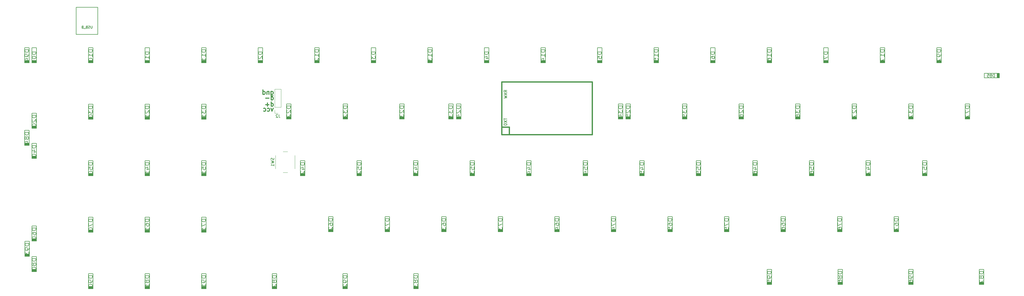
<source format=gbr>
%TF.GenerationSoftware,KiCad,Pcbnew,(5.1.7)-1*%
%TF.CreationDate,2021-02-08T13:03:50+07:00*%
%TF.ProjectId,bevi,62657669-2e6b-4696-9361-645f70636258,rev?*%
%TF.SameCoordinates,Original*%
%TF.FileFunction,Legend,Bot*%
%TF.FilePolarity,Positive*%
%FSLAX46Y46*%
G04 Gerber Fmt 4.6, Leading zero omitted, Abs format (unit mm)*
G04 Created by KiCad (PCBNEW (5.1.7)-1) date 2021-02-08 13:03:50*
%MOMM*%
%LPD*%
G01*
G04 APERTURE LIST*
%ADD10C,0.300000*%
%ADD11C,0.120000*%
%ADD12C,0.381000*%
%ADD13C,0.200000*%
%ADD14C,0.150000*%
%ADD15C,0.203200*%
G04 APERTURE END LIST*
D10*
X119535714Y-51147321D02*
X119535714Y-52361607D01*
X119607142Y-52504464D01*
X119678571Y-52575892D01*
X119821428Y-52647321D01*
X120035714Y-52647321D01*
X120178571Y-52575892D01*
X119535714Y-52075892D02*
X119678571Y-52147321D01*
X119964285Y-52147321D01*
X120107142Y-52075892D01*
X120178571Y-52004464D01*
X120250000Y-51861607D01*
X120250000Y-51433035D01*
X120178571Y-51290178D01*
X120107142Y-51218750D01*
X119964285Y-51147321D01*
X119678571Y-51147321D01*
X119535714Y-51218750D01*
X118821428Y-51147321D02*
X118821428Y-52147321D01*
X118821428Y-51290178D02*
X118750000Y-51218750D01*
X118607142Y-51147321D01*
X118392857Y-51147321D01*
X118250000Y-51218750D01*
X118178571Y-51361607D01*
X118178571Y-52147321D01*
X116821428Y-52147321D02*
X116821428Y-50647321D01*
X116821428Y-52075892D02*
X116964285Y-52147321D01*
X117250000Y-52147321D01*
X117392857Y-52075892D01*
X117464285Y-52004464D01*
X117535714Y-51861607D01*
X117535714Y-51433035D01*
X117464285Y-51290178D01*
X117392857Y-51218750D01*
X117250000Y-51147321D01*
X116964285Y-51147321D01*
X116821428Y-51218750D01*
X119575892Y-54022321D02*
X119575892Y-52522321D01*
X119575892Y-53950892D02*
X119718750Y-54022321D01*
X120004464Y-54022321D01*
X120147321Y-53950892D01*
X120218750Y-53879464D01*
X120290178Y-53736607D01*
X120290178Y-53308035D01*
X120218750Y-53165178D01*
X120147321Y-53093750D01*
X120004464Y-53022321D01*
X119718750Y-53022321D01*
X119575892Y-53093750D01*
X118861607Y-53450892D02*
X117718750Y-53450892D01*
X119575892Y-56178571D02*
X119575892Y-54678571D01*
X119575892Y-56107142D02*
X119718750Y-56178571D01*
X120004464Y-56178571D01*
X120147321Y-56107142D01*
X120218750Y-56035714D01*
X120290178Y-55892857D01*
X120290178Y-55464285D01*
X120218750Y-55321428D01*
X120147321Y-55250000D01*
X120004464Y-55178571D01*
X119718750Y-55178571D01*
X119575892Y-55250000D01*
X118861607Y-55607142D02*
X117718750Y-55607142D01*
X118290178Y-56178571D02*
X118290178Y-55035714D01*
X120236607Y-56866071D02*
X119879464Y-57866071D01*
X119522321Y-56866071D01*
X118308035Y-57794642D02*
X118450892Y-57866071D01*
X118736607Y-57866071D01*
X118879464Y-57794642D01*
X118950892Y-57723214D01*
X119022321Y-57580357D01*
X119022321Y-57151785D01*
X118950892Y-57008928D01*
X118879464Y-56937500D01*
X118736607Y-56866071D01*
X118450892Y-56866071D01*
X118308035Y-56937500D01*
X117022321Y-57794642D02*
X117165178Y-57866071D01*
X117450892Y-57866071D01*
X117593750Y-57794642D01*
X117665178Y-57723214D01*
X117736607Y-57580357D01*
X117736607Y-57151785D01*
X117665178Y-57008928D01*
X117593750Y-56937500D01*
X117450892Y-56866071D01*
X117165178Y-56866071D01*
X117022321Y-56937500D01*
D11*
%TO.C,SW1*%
X125062500Y-78468750D02*
X123562500Y-78468750D01*
X121062500Y-77218750D02*
X121062500Y-72718750D01*
X123562500Y-71468750D02*
X125062500Y-71468750D01*
X127562500Y-72718750D02*
X127562500Y-77218750D01*
%TO.C,J2*%
X120815000Y-50408750D02*
X122935000Y-50408750D01*
X120815000Y-56468750D02*
X120815000Y-50408750D01*
X122935000Y-56468750D02*
X122935000Y-50408750D01*
X120815000Y-56468750D02*
X122935000Y-56468750D01*
X120815000Y-57468750D02*
X120815000Y-58528750D01*
X120815000Y-58528750D02*
X121875000Y-58528750D01*
D12*
%TO.C,U1*%
X199737500Y-63162500D02*
X199737500Y-65702500D01*
X197197500Y-63162500D02*
X199737500Y-63162500D01*
X227677500Y-47922500D02*
X197197500Y-47922500D01*
X227677500Y-65702500D02*
X227677500Y-47922500D01*
X197197500Y-65702500D02*
X227677500Y-65702500D01*
X197197500Y-47922500D02*
X197197500Y-65702500D01*
D13*
%TO.C,J1*%
X61212500Y-31968750D02*
X53912500Y-31968750D01*
X53912500Y-31968750D02*
X53912500Y-22768750D01*
X53912500Y-22768750D02*
X61212500Y-22768750D01*
X61212500Y-22768750D02*
X61212500Y-31968750D01*
D14*
%TO.C,D85*%
X364121750Y-46605750D02*
X364121750Y-45081750D01*
X364248750Y-46605750D02*
X364248750Y-45081750D01*
X364375750Y-45081750D02*
X364375750Y-46605750D01*
X364756750Y-46605750D02*
X364756750Y-45081750D01*
X364629750Y-45081750D02*
X364629750Y-46605750D01*
X364502750Y-46605750D02*
X364502750Y-45081750D01*
X359803750Y-45081750D02*
X359803750Y-46605750D01*
X364883750Y-45081750D02*
X359803750Y-45081750D01*
X364883750Y-46605750D02*
X364883750Y-45081750D01*
X359803750Y-46605750D02*
X364883750Y-46605750D01*
%TO.C,D97*%
X343788000Y-40740500D02*
X345312000Y-40740500D01*
X343788000Y-40867500D02*
X345312000Y-40867500D01*
X345312000Y-40994500D02*
X343788000Y-40994500D01*
X343788000Y-41375500D02*
X345312000Y-41375500D01*
X345312000Y-41248500D02*
X343788000Y-41248500D01*
X343788000Y-41121500D02*
X345312000Y-41121500D01*
X345312000Y-36422500D02*
X343788000Y-36422500D01*
X345312000Y-41502500D02*
X345312000Y-36422500D01*
X343788000Y-41502500D02*
X345312000Y-41502500D01*
X343788000Y-36422500D02*
X343788000Y-41502500D01*
%TO.C,D96*%
X334300500Y-115496750D02*
X335824500Y-115496750D01*
X334300500Y-115623750D02*
X335824500Y-115623750D01*
X335824500Y-115750750D02*
X334300500Y-115750750D01*
X334300500Y-116131750D02*
X335824500Y-116131750D01*
X335824500Y-116004750D02*
X334300500Y-116004750D01*
X334300500Y-115877750D02*
X335824500Y-115877750D01*
X335824500Y-111178750D02*
X334300500Y-111178750D01*
X335824500Y-116258750D02*
X335824500Y-111178750D01*
X334300500Y-116258750D02*
X335824500Y-116258750D01*
X334300500Y-111178750D02*
X334300500Y-116258750D01*
%TO.C,D95*%
X286675500Y-115496750D02*
X288199500Y-115496750D01*
X286675500Y-115623750D02*
X288199500Y-115623750D01*
X288199500Y-115750750D02*
X286675500Y-115750750D01*
X286675500Y-116131750D02*
X288199500Y-116131750D01*
X288199500Y-116004750D02*
X286675500Y-116004750D01*
X286675500Y-115877750D02*
X288199500Y-115877750D01*
X288199500Y-111178750D02*
X286675500Y-111178750D01*
X288199500Y-116258750D02*
X288199500Y-111178750D01*
X286675500Y-116258750D02*
X288199500Y-116258750D01*
X286675500Y-111178750D02*
X286675500Y-116258750D01*
%TO.C,D94*%
X36550500Y-40740500D02*
X38074500Y-40740500D01*
X36550500Y-40867500D02*
X38074500Y-40867500D01*
X38074500Y-40994500D02*
X36550500Y-40994500D01*
X36550500Y-41375500D02*
X38074500Y-41375500D01*
X38074500Y-41248500D02*
X36550500Y-41248500D01*
X36550500Y-41121500D02*
X38074500Y-41121500D01*
X38074500Y-36422500D02*
X36550500Y-36422500D01*
X38074500Y-41502500D02*
X38074500Y-36422500D01*
X36550500Y-41502500D02*
X38074500Y-41502500D01*
X36550500Y-36422500D02*
X36550500Y-41502500D01*
%TO.C,D93*%
X36644250Y-106028000D02*
X38168250Y-106028000D01*
X36644250Y-106155000D02*
X38168250Y-106155000D01*
X38168250Y-106282000D02*
X36644250Y-106282000D01*
X36644250Y-106663000D02*
X38168250Y-106663000D01*
X38168250Y-106536000D02*
X36644250Y-106536000D01*
X36644250Y-106409000D02*
X38168250Y-106409000D01*
X38168250Y-101710000D02*
X36644250Y-101710000D01*
X38168250Y-106790000D02*
X38168250Y-101710000D01*
X36644250Y-106790000D02*
X38168250Y-106790000D01*
X36644250Y-101710000D02*
X36644250Y-106790000D01*
%TO.C,D92*%
X143763000Y-116940500D02*
X145287000Y-116940500D01*
X143763000Y-117067500D02*
X145287000Y-117067500D01*
X145287000Y-117194500D02*
X143763000Y-117194500D01*
X143763000Y-117575500D02*
X145287000Y-117575500D01*
X145287000Y-117448500D02*
X143763000Y-117448500D01*
X143763000Y-117321500D02*
X145287000Y-117321500D01*
X145287000Y-112622500D02*
X143763000Y-112622500D01*
X145287000Y-117702500D02*
X145287000Y-112622500D01*
X143763000Y-117702500D02*
X145287000Y-117702500D01*
X143763000Y-112622500D02*
X143763000Y-117702500D01*
%TO.C,D91*%
X96138000Y-116940500D02*
X97662000Y-116940500D01*
X96138000Y-117067500D02*
X97662000Y-117067500D01*
X97662000Y-117194500D02*
X96138000Y-117194500D01*
X96138000Y-117575500D02*
X97662000Y-117575500D01*
X97662000Y-117448500D02*
X96138000Y-117448500D01*
X96138000Y-117321500D02*
X97662000Y-117321500D01*
X97662000Y-112622500D02*
X96138000Y-112622500D01*
X97662000Y-117702500D02*
X97662000Y-112622500D01*
X96138000Y-117702500D02*
X97662000Y-117702500D01*
X96138000Y-112622500D02*
X96138000Y-117702500D01*
%TO.C,D90*%
X58038000Y-116940500D02*
X59562000Y-116940500D01*
X58038000Y-117067500D02*
X59562000Y-117067500D01*
X59562000Y-117194500D02*
X58038000Y-117194500D01*
X58038000Y-117575500D02*
X59562000Y-117575500D01*
X59562000Y-117448500D02*
X58038000Y-117448500D01*
X58038000Y-117321500D02*
X59562000Y-117321500D01*
X59562000Y-112622500D02*
X58038000Y-112622500D01*
X59562000Y-117702500D02*
X59562000Y-112622500D01*
X58038000Y-117702500D02*
X59562000Y-117702500D01*
X58038000Y-112622500D02*
X58038000Y-117702500D01*
%TO.C,D87*%
X358113000Y-115496750D02*
X359637000Y-115496750D01*
X358113000Y-115623750D02*
X359637000Y-115623750D01*
X359637000Y-115750750D02*
X358113000Y-115750750D01*
X358113000Y-116131750D02*
X359637000Y-116131750D01*
X359637000Y-116004750D02*
X358113000Y-116004750D01*
X358113000Y-115877750D02*
X359637000Y-115877750D01*
X359637000Y-111178750D02*
X358113000Y-111178750D01*
X359637000Y-116258750D02*
X359637000Y-111178750D01*
X358113000Y-116258750D02*
X359637000Y-116258750D01*
X358113000Y-111178750D02*
X358113000Y-116258750D01*
%TO.C,D86*%
X310488000Y-115496750D02*
X312012000Y-115496750D01*
X310488000Y-115623750D02*
X312012000Y-115623750D01*
X312012000Y-115750750D02*
X310488000Y-115750750D01*
X310488000Y-116131750D02*
X312012000Y-116131750D01*
X312012000Y-116004750D02*
X310488000Y-116004750D01*
X310488000Y-115877750D02*
X312012000Y-115877750D01*
X312012000Y-111178750D02*
X310488000Y-111178750D01*
X312012000Y-116258750D02*
X312012000Y-111178750D01*
X310488000Y-116258750D02*
X312012000Y-116258750D01*
X310488000Y-111178750D02*
X310488000Y-116258750D01*
%TO.C,D84*%
X36550500Y-68621750D02*
X38074500Y-68621750D01*
X36550500Y-68748750D02*
X38074500Y-68748750D01*
X38074500Y-68875750D02*
X36550500Y-68875750D01*
X36550500Y-69256750D02*
X38074500Y-69256750D01*
X38074500Y-69129750D02*
X36550500Y-69129750D01*
X36550500Y-69002750D02*
X38074500Y-69002750D01*
X38074500Y-64303750D02*
X36550500Y-64303750D01*
X38074500Y-69383750D02*
X38074500Y-64303750D01*
X36550500Y-69383750D02*
X38074500Y-69383750D01*
X36550500Y-64303750D02*
X36550500Y-69383750D01*
%TO.C,D83*%
X167575500Y-116940500D02*
X169099500Y-116940500D01*
X167575500Y-117067500D02*
X169099500Y-117067500D01*
X169099500Y-117194500D02*
X167575500Y-117194500D01*
X167575500Y-117575500D02*
X169099500Y-117575500D01*
X169099500Y-117448500D02*
X167575500Y-117448500D01*
X167575500Y-117321500D02*
X169099500Y-117321500D01*
X169099500Y-112622500D02*
X167575500Y-112622500D01*
X169099500Y-117702500D02*
X169099500Y-112622500D01*
X167575500Y-117702500D02*
X169099500Y-117702500D01*
X167575500Y-112622500D02*
X167575500Y-117702500D01*
%TO.C,D82*%
X119950500Y-116940500D02*
X121474500Y-116940500D01*
X119950500Y-117067500D02*
X121474500Y-117067500D01*
X121474500Y-117194500D02*
X119950500Y-117194500D01*
X119950500Y-117575500D02*
X121474500Y-117575500D01*
X121474500Y-117448500D02*
X119950500Y-117448500D01*
X119950500Y-117321500D02*
X121474500Y-117321500D01*
X121474500Y-112622500D02*
X119950500Y-112622500D01*
X121474500Y-117702500D02*
X121474500Y-112622500D01*
X119950500Y-117702500D02*
X121474500Y-117702500D01*
X119950500Y-112622500D02*
X119950500Y-117702500D01*
%TO.C,D81*%
X77088000Y-116940500D02*
X78612000Y-116940500D01*
X77088000Y-117067500D02*
X78612000Y-117067500D01*
X78612000Y-117194500D02*
X77088000Y-117194500D01*
X77088000Y-117575500D02*
X78612000Y-117575500D01*
X78612000Y-117448500D02*
X77088000Y-117448500D01*
X77088000Y-117321500D02*
X78612000Y-117321500D01*
X78612000Y-112622500D02*
X77088000Y-112622500D01*
X78612000Y-117702500D02*
X78612000Y-112622500D01*
X77088000Y-117702500D02*
X78612000Y-117702500D01*
X77088000Y-112622500D02*
X77088000Y-117702500D01*
%TO.C,D80*%
X38988000Y-111184250D02*
X40512000Y-111184250D01*
X38988000Y-111311250D02*
X40512000Y-111311250D01*
X40512000Y-111438250D02*
X38988000Y-111438250D01*
X38988000Y-111819250D02*
X40512000Y-111819250D01*
X40512000Y-111692250D02*
X38988000Y-111692250D01*
X38988000Y-111565250D02*
X40512000Y-111565250D01*
X40512000Y-106866250D02*
X38988000Y-106866250D01*
X40512000Y-111946250D02*
X40512000Y-106866250D01*
X38988000Y-111946250D02*
X40512000Y-111946250D01*
X38988000Y-106866250D02*
X38988000Y-111946250D01*
%TO.C,D77*%
X353369250Y-59715500D02*
X354893250Y-59715500D01*
X353369250Y-59842500D02*
X354893250Y-59842500D01*
X354893250Y-59969500D02*
X353369250Y-59969500D01*
X353369250Y-60350500D02*
X354893250Y-60350500D01*
X354893250Y-60223500D02*
X353369250Y-60223500D01*
X353369250Y-60096500D02*
X354893250Y-60096500D01*
X354893250Y-55397500D02*
X353369250Y-55397500D01*
X354893250Y-60477500D02*
X354893250Y-55397500D01*
X353369250Y-60477500D02*
X354893250Y-60477500D01*
X353369250Y-55397500D02*
X353369250Y-60477500D01*
%TO.C,D76*%
X310375500Y-97721750D02*
X311899500Y-97721750D01*
X310375500Y-97848750D02*
X311899500Y-97848750D01*
X311899500Y-97975750D02*
X310375500Y-97975750D01*
X310375500Y-98356750D02*
X311899500Y-98356750D01*
X311899500Y-98229750D02*
X310375500Y-98229750D01*
X310375500Y-98102750D02*
X311899500Y-98102750D01*
X311899500Y-93403750D02*
X310375500Y-93403750D01*
X311899500Y-98483750D02*
X311899500Y-93403750D01*
X310375500Y-98483750D02*
X311899500Y-98483750D01*
X310375500Y-93403750D02*
X310375500Y-98483750D01*
%TO.C,D75*%
X272275500Y-97721750D02*
X273799500Y-97721750D01*
X272275500Y-97848750D02*
X273799500Y-97848750D01*
X273799500Y-97975750D02*
X272275500Y-97975750D01*
X272275500Y-98356750D02*
X273799500Y-98356750D01*
X273799500Y-98229750D02*
X272275500Y-98229750D01*
X272275500Y-98102750D02*
X273799500Y-98102750D01*
X273799500Y-93403750D02*
X272275500Y-93403750D01*
X273799500Y-98483750D02*
X273799500Y-93403750D01*
X272275500Y-98483750D02*
X273799500Y-98483750D01*
X272275500Y-93403750D02*
X272275500Y-98483750D01*
%TO.C,D74*%
X234175500Y-97721750D02*
X235699500Y-97721750D01*
X234175500Y-97848750D02*
X235699500Y-97848750D01*
X235699500Y-97975750D02*
X234175500Y-97975750D01*
X234175500Y-98356750D02*
X235699500Y-98356750D01*
X235699500Y-98229750D02*
X234175500Y-98229750D01*
X234175500Y-98102750D02*
X235699500Y-98102750D01*
X235699500Y-93403750D02*
X234175500Y-93403750D01*
X235699500Y-98483750D02*
X235699500Y-93403750D01*
X234175500Y-98483750D02*
X235699500Y-98483750D01*
X234175500Y-93403750D02*
X234175500Y-98483750D01*
%TO.C,D73*%
X196075500Y-97721750D02*
X197599500Y-97721750D01*
X196075500Y-97848750D02*
X197599500Y-97848750D01*
X197599500Y-97975750D02*
X196075500Y-97975750D01*
X196075500Y-98356750D02*
X197599500Y-98356750D01*
X197599500Y-98229750D02*
X196075500Y-98229750D01*
X196075500Y-98102750D02*
X197599500Y-98102750D01*
X197599500Y-93403750D02*
X196075500Y-93403750D01*
X197599500Y-98483750D02*
X197599500Y-93403750D01*
X196075500Y-98483750D02*
X197599500Y-98483750D01*
X196075500Y-93403750D02*
X196075500Y-98483750D01*
%TO.C,D72*%
X157975500Y-97721750D02*
X159499500Y-97721750D01*
X157975500Y-97848750D02*
X159499500Y-97848750D01*
X159499500Y-97975750D02*
X157975500Y-97975750D01*
X157975500Y-98356750D02*
X159499500Y-98356750D01*
X159499500Y-98229750D02*
X157975500Y-98229750D01*
X157975500Y-98102750D02*
X159499500Y-98102750D01*
X159499500Y-93403750D02*
X157975500Y-93403750D01*
X159499500Y-98483750D02*
X159499500Y-93403750D01*
X157975500Y-98483750D02*
X159499500Y-98483750D01*
X157975500Y-93403750D02*
X157975500Y-98483750D01*
%TO.C,D71*%
X96138000Y-97890500D02*
X97662000Y-97890500D01*
X96138000Y-98017500D02*
X97662000Y-98017500D01*
X97662000Y-98144500D02*
X96138000Y-98144500D01*
X96138000Y-98525500D02*
X97662000Y-98525500D01*
X97662000Y-98398500D02*
X96138000Y-98398500D01*
X96138000Y-98271500D02*
X97662000Y-98271500D01*
X97662000Y-93572500D02*
X96138000Y-93572500D01*
X97662000Y-98652500D02*
X97662000Y-93572500D01*
X96138000Y-98652500D02*
X97662000Y-98652500D01*
X96138000Y-93572500D02*
X96138000Y-98652500D01*
%TO.C,D70*%
X58038000Y-97890500D02*
X59562000Y-97890500D01*
X58038000Y-98017500D02*
X59562000Y-98017500D01*
X59562000Y-98144500D02*
X58038000Y-98144500D01*
X58038000Y-98525500D02*
X59562000Y-98525500D01*
X59562000Y-98398500D02*
X58038000Y-98398500D01*
X58038000Y-98271500D02*
X59562000Y-98271500D01*
X59562000Y-93572500D02*
X58038000Y-93572500D01*
X59562000Y-98652500D02*
X59562000Y-93572500D01*
X58038000Y-98652500D02*
X59562000Y-98652500D01*
X58038000Y-93572500D02*
X58038000Y-98652500D01*
%TO.C,D67*%
X329425500Y-97721750D02*
X330949500Y-97721750D01*
X329425500Y-97848750D02*
X330949500Y-97848750D01*
X330949500Y-97975750D02*
X329425500Y-97975750D01*
X329425500Y-98356750D02*
X330949500Y-98356750D01*
X330949500Y-98229750D02*
X329425500Y-98229750D01*
X329425500Y-98102750D02*
X330949500Y-98102750D01*
X330949500Y-93403750D02*
X329425500Y-93403750D01*
X330949500Y-98483750D02*
X330949500Y-93403750D01*
X329425500Y-98483750D02*
X330949500Y-98483750D01*
X329425500Y-93403750D02*
X329425500Y-98483750D01*
%TO.C,D66*%
X291325500Y-97721750D02*
X292849500Y-97721750D01*
X291325500Y-97848750D02*
X292849500Y-97848750D01*
X292849500Y-97975750D02*
X291325500Y-97975750D01*
X291325500Y-98356750D02*
X292849500Y-98356750D01*
X292849500Y-98229750D02*
X291325500Y-98229750D01*
X291325500Y-98102750D02*
X292849500Y-98102750D01*
X292849500Y-93403750D02*
X291325500Y-93403750D01*
X292849500Y-98483750D02*
X292849500Y-93403750D01*
X291325500Y-98483750D02*
X292849500Y-98483750D01*
X291325500Y-93403750D02*
X291325500Y-98483750D01*
%TO.C,D65*%
X253225500Y-97721750D02*
X254749500Y-97721750D01*
X253225500Y-97848750D02*
X254749500Y-97848750D01*
X254749500Y-97975750D02*
X253225500Y-97975750D01*
X253225500Y-98356750D02*
X254749500Y-98356750D01*
X254749500Y-98229750D02*
X253225500Y-98229750D01*
X253225500Y-98102750D02*
X254749500Y-98102750D01*
X254749500Y-93403750D02*
X253225500Y-93403750D01*
X254749500Y-98483750D02*
X254749500Y-93403750D01*
X253225500Y-98483750D02*
X254749500Y-98483750D01*
X253225500Y-93403750D02*
X253225500Y-98483750D01*
%TO.C,D64*%
X215125500Y-97721750D02*
X216649500Y-97721750D01*
X215125500Y-97848750D02*
X216649500Y-97848750D01*
X216649500Y-97975750D02*
X215125500Y-97975750D01*
X215125500Y-98356750D02*
X216649500Y-98356750D01*
X216649500Y-98229750D02*
X215125500Y-98229750D01*
X215125500Y-98102750D02*
X216649500Y-98102750D01*
X216649500Y-93403750D02*
X215125500Y-93403750D01*
X216649500Y-98483750D02*
X216649500Y-93403750D01*
X215125500Y-98483750D02*
X216649500Y-98483750D01*
X215125500Y-93403750D02*
X215125500Y-98483750D01*
%TO.C,D63*%
X177025500Y-97721750D02*
X178549500Y-97721750D01*
X177025500Y-97848750D02*
X178549500Y-97848750D01*
X178549500Y-97975750D02*
X177025500Y-97975750D01*
X177025500Y-98356750D02*
X178549500Y-98356750D01*
X178549500Y-98229750D02*
X177025500Y-98229750D01*
X177025500Y-98102750D02*
X178549500Y-98102750D01*
X178549500Y-93403750D02*
X177025500Y-93403750D01*
X178549500Y-98483750D02*
X178549500Y-93403750D01*
X177025500Y-98483750D02*
X178549500Y-98483750D01*
X177025500Y-93403750D02*
X177025500Y-98483750D01*
%TO.C,D62*%
X138925500Y-97721750D02*
X140449500Y-97721750D01*
X138925500Y-97848750D02*
X140449500Y-97848750D01*
X140449500Y-97975750D02*
X138925500Y-97975750D01*
X138925500Y-98356750D02*
X140449500Y-98356750D01*
X140449500Y-98229750D02*
X138925500Y-98229750D01*
X138925500Y-98102750D02*
X140449500Y-98102750D01*
X140449500Y-93403750D02*
X138925500Y-93403750D01*
X140449500Y-98483750D02*
X140449500Y-93403750D01*
X138925500Y-98483750D02*
X140449500Y-98483750D01*
X138925500Y-93403750D02*
X138925500Y-98483750D01*
%TO.C,D61*%
X77088000Y-97890500D02*
X78612000Y-97890500D01*
X77088000Y-98017500D02*
X78612000Y-98017500D01*
X78612000Y-98144500D02*
X77088000Y-98144500D01*
X77088000Y-98525500D02*
X78612000Y-98525500D01*
X78612000Y-98398500D02*
X77088000Y-98398500D01*
X77088000Y-98271500D02*
X78612000Y-98271500D01*
X78612000Y-93572500D02*
X77088000Y-93572500D01*
X78612000Y-98652500D02*
X78612000Y-93572500D01*
X77088000Y-98652500D02*
X78612000Y-98652500D01*
X77088000Y-93572500D02*
X77088000Y-98652500D01*
%TO.C,D60*%
X38988000Y-100871750D02*
X40512000Y-100871750D01*
X38988000Y-100998750D02*
X40512000Y-100998750D01*
X40512000Y-101125750D02*
X38988000Y-101125750D01*
X38988000Y-101506750D02*
X40512000Y-101506750D01*
X40512000Y-101379750D02*
X38988000Y-101379750D01*
X38988000Y-101252750D02*
X40512000Y-101252750D01*
X40512000Y-96553750D02*
X38988000Y-96553750D01*
X40512000Y-101633750D02*
X40512000Y-96553750D01*
X38988000Y-101633750D02*
X40512000Y-101633750D01*
X38988000Y-96553750D02*
X38988000Y-101633750D01*
%TO.C,D57*%
X339006750Y-78840500D02*
X340530750Y-78840500D01*
X339006750Y-78967500D02*
X340530750Y-78967500D01*
X340530750Y-79094500D02*
X339006750Y-79094500D01*
X339006750Y-79475500D02*
X340530750Y-79475500D01*
X340530750Y-79348500D02*
X339006750Y-79348500D01*
X339006750Y-79221500D02*
X340530750Y-79221500D01*
X340530750Y-74522500D02*
X339006750Y-74522500D01*
X340530750Y-79602500D02*
X340530750Y-74522500D01*
X339006750Y-79602500D02*
X340530750Y-79602500D01*
X339006750Y-74522500D02*
X339006750Y-79602500D01*
%TO.C,D56*%
X300906750Y-78840500D02*
X302430750Y-78840500D01*
X300906750Y-78967500D02*
X302430750Y-78967500D01*
X302430750Y-79094500D02*
X300906750Y-79094500D01*
X300906750Y-79475500D02*
X302430750Y-79475500D01*
X302430750Y-79348500D02*
X300906750Y-79348500D01*
X300906750Y-79221500D02*
X302430750Y-79221500D01*
X302430750Y-74522500D02*
X300906750Y-74522500D01*
X302430750Y-79602500D02*
X302430750Y-74522500D01*
X300906750Y-79602500D02*
X302430750Y-79602500D01*
X300906750Y-74522500D02*
X300906750Y-79602500D01*
%TO.C,D55*%
X262806750Y-78840500D02*
X264330750Y-78840500D01*
X262806750Y-78967500D02*
X264330750Y-78967500D01*
X264330750Y-79094500D02*
X262806750Y-79094500D01*
X262806750Y-79475500D02*
X264330750Y-79475500D01*
X264330750Y-79348500D02*
X262806750Y-79348500D01*
X262806750Y-79221500D02*
X264330750Y-79221500D01*
X264330750Y-74522500D02*
X262806750Y-74522500D01*
X264330750Y-79602500D02*
X264330750Y-74522500D01*
X262806750Y-79602500D02*
X264330750Y-79602500D01*
X262806750Y-74522500D02*
X262806750Y-79602500D01*
%TO.C,D54*%
X224706750Y-78840500D02*
X226230750Y-78840500D01*
X224706750Y-78967500D02*
X226230750Y-78967500D01*
X226230750Y-79094500D02*
X224706750Y-79094500D01*
X224706750Y-79475500D02*
X226230750Y-79475500D01*
X226230750Y-79348500D02*
X224706750Y-79348500D01*
X224706750Y-79221500D02*
X226230750Y-79221500D01*
X226230750Y-74522500D02*
X224706750Y-74522500D01*
X226230750Y-79602500D02*
X226230750Y-74522500D01*
X224706750Y-79602500D02*
X226230750Y-79602500D01*
X224706750Y-74522500D02*
X224706750Y-79602500D01*
%TO.C,D53*%
X186606750Y-78840500D02*
X188130750Y-78840500D01*
X186606750Y-78967500D02*
X188130750Y-78967500D01*
X188130750Y-79094500D02*
X186606750Y-79094500D01*
X186606750Y-79475500D02*
X188130750Y-79475500D01*
X188130750Y-79348500D02*
X186606750Y-79348500D01*
X186606750Y-79221500D02*
X188130750Y-79221500D01*
X188130750Y-74522500D02*
X186606750Y-74522500D01*
X188130750Y-79602500D02*
X188130750Y-74522500D01*
X186606750Y-79602500D02*
X188130750Y-79602500D01*
X186606750Y-74522500D02*
X186606750Y-79602500D01*
%TO.C,D52*%
X148506750Y-78840500D02*
X150030750Y-78840500D01*
X148506750Y-78967500D02*
X150030750Y-78967500D01*
X150030750Y-79094500D02*
X148506750Y-79094500D01*
X148506750Y-79475500D02*
X150030750Y-79475500D01*
X150030750Y-79348500D02*
X148506750Y-79348500D01*
X148506750Y-79221500D02*
X150030750Y-79221500D01*
X150030750Y-74522500D02*
X148506750Y-74522500D01*
X150030750Y-79602500D02*
X150030750Y-74522500D01*
X148506750Y-79602500D02*
X150030750Y-79602500D01*
X148506750Y-74522500D02*
X148506750Y-79602500D01*
%TO.C,D51*%
X96138000Y-78840500D02*
X97662000Y-78840500D01*
X96138000Y-78967500D02*
X97662000Y-78967500D01*
X97662000Y-79094500D02*
X96138000Y-79094500D01*
X96138000Y-79475500D02*
X97662000Y-79475500D01*
X97662000Y-79348500D02*
X96138000Y-79348500D01*
X96138000Y-79221500D02*
X97662000Y-79221500D01*
X97662000Y-74522500D02*
X96138000Y-74522500D01*
X97662000Y-79602500D02*
X97662000Y-74522500D01*
X96138000Y-79602500D02*
X97662000Y-79602500D01*
X96138000Y-74522500D02*
X96138000Y-79602500D01*
%TO.C,D50*%
X58038000Y-78840500D02*
X59562000Y-78840500D01*
X58038000Y-78967500D02*
X59562000Y-78967500D01*
X59562000Y-79094500D02*
X58038000Y-79094500D01*
X58038000Y-79475500D02*
X59562000Y-79475500D01*
X59562000Y-79348500D02*
X58038000Y-79348500D01*
X58038000Y-79221500D02*
X59562000Y-79221500D01*
X59562000Y-74522500D02*
X58038000Y-74522500D01*
X59562000Y-79602500D02*
X59562000Y-74522500D01*
X58038000Y-79602500D02*
X59562000Y-79602500D01*
X58038000Y-74522500D02*
X58038000Y-79602500D01*
%TO.C,D47*%
X319956750Y-78840500D02*
X321480750Y-78840500D01*
X319956750Y-78967500D02*
X321480750Y-78967500D01*
X321480750Y-79094500D02*
X319956750Y-79094500D01*
X319956750Y-79475500D02*
X321480750Y-79475500D01*
X321480750Y-79348500D02*
X319956750Y-79348500D01*
X319956750Y-79221500D02*
X321480750Y-79221500D01*
X321480750Y-74522500D02*
X319956750Y-74522500D01*
X321480750Y-79602500D02*
X321480750Y-74522500D01*
X319956750Y-79602500D02*
X321480750Y-79602500D01*
X319956750Y-74522500D02*
X319956750Y-79602500D01*
%TO.C,D46*%
X281856750Y-78840500D02*
X283380750Y-78840500D01*
X281856750Y-78967500D02*
X283380750Y-78967500D01*
X283380750Y-79094500D02*
X281856750Y-79094500D01*
X281856750Y-79475500D02*
X283380750Y-79475500D01*
X283380750Y-79348500D02*
X281856750Y-79348500D01*
X281856750Y-79221500D02*
X283380750Y-79221500D01*
X283380750Y-74522500D02*
X281856750Y-74522500D01*
X283380750Y-79602500D02*
X283380750Y-74522500D01*
X281856750Y-79602500D02*
X283380750Y-79602500D01*
X281856750Y-74522500D02*
X281856750Y-79602500D01*
%TO.C,D45*%
X243756750Y-78840500D02*
X245280750Y-78840500D01*
X243756750Y-78967500D02*
X245280750Y-78967500D01*
X245280750Y-79094500D02*
X243756750Y-79094500D01*
X243756750Y-79475500D02*
X245280750Y-79475500D01*
X245280750Y-79348500D02*
X243756750Y-79348500D01*
X243756750Y-79221500D02*
X245280750Y-79221500D01*
X245280750Y-74522500D02*
X243756750Y-74522500D01*
X245280750Y-79602500D02*
X245280750Y-74522500D01*
X243756750Y-79602500D02*
X245280750Y-79602500D01*
X243756750Y-74522500D02*
X243756750Y-79602500D01*
%TO.C,D44*%
X205656750Y-78840500D02*
X207180750Y-78840500D01*
X205656750Y-78967500D02*
X207180750Y-78967500D01*
X207180750Y-79094500D02*
X205656750Y-79094500D01*
X205656750Y-79475500D02*
X207180750Y-79475500D01*
X207180750Y-79348500D02*
X205656750Y-79348500D01*
X205656750Y-79221500D02*
X207180750Y-79221500D01*
X207180750Y-74522500D02*
X205656750Y-74522500D01*
X207180750Y-79602500D02*
X207180750Y-74522500D01*
X205656750Y-79602500D02*
X207180750Y-79602500D01*
X205656750Y-74522500D02*
X205656750Y-79602500D01*
%TO.C,D43*%
X167556750Y-78840500D02*
X169080750Y-78840500D01*
X167556750Y-78967500D02*
X169080750Y-78967500D01*
X169080750Y-79094500D02*
X167556750Y-79094500D01*
X167556750Y-79475500D02*
X169080750Y-79475500D01*
X169080750Y-79348500D02*
X167556750Y-79348500D01*
X167556750Y-79221500D02*
X169080750Y-79221500D01*
X169080750Y-74522500D02*
X167556750Y-74522500D01*
X169080750Y-79602500D02*
X169080750Y-74522500D01*
X167556750Y-79602500D02*
X169080750Y-79602500D01*
X167556750Y-74522500D02*
X167556750Y-79602500D01*
%TO.C,D42*%
X129456750Y-78840500D02*
X130980750Y-78840500D01*
X129456750Y-78967500D02*
X130980750Y-78967500D01*
X130980750Y-79094500D02*
X129456750Y-79094500D01*
X129456750Y-79475500D02*
X130980750Y-79475500D01*
X130980750Y-79348500D02*
X129456750Y-79348500D01*
X129456750Y-79221500D02*
X130980750Y-79221500D01*
X130980750Y-74522500D02*
X129456750Y-74522500D01*
X130980750Y-79602500D02*
X130980750Y-74522500D01*
X129456750Y-79602500D02*
X130980750Y-79602500D01*
X129456750Y-74522500D02*
X129456750Y-79602500D01*
%TO.C,D41*%
X77088000Y-78840500D02*
X78612000Y-78840500D01*
X77088000Y-78967500D02*
X78612000Y-78967500D01*
X78612000Y-79094500D02*
X77088000Y-79094500D01*
X77088000Y-79475500D02*
X78612000Y-79475500D01*
X78612000Y-79348500D02*
X77088000Y-79348500D01*
X77088000Y-79221500D02*
X78612000Y-79221500D01*
X78612000Y-74522500D02*
X77088000Y-74522500D01*
X78612000Y-79602500D02*
X78612000Y-74522500D01*
X77088000Y-79602500D02*
X78612000Y-79602500D01*
X77088000Y-74522500D02*
X77088000Y-79602500D01*
%TO.C,D40*%
X38988000Y-73028000D02*
X40512000Y-73028000D01*
X38988000Y-73155000D02*
X40512000Y-73155000D01*
X40512000Y-73282000D02*
X38988000Y-73282000D01*
X38988000Y-73663000D02*
X40512000Y-73663000D01*
X40512000Y-73536000D02*
X38988000Y-73536000D01*
X38988000Y-73409000D02*
X40512000Y-73409000D01*
X40512000Y-68710000D02*
X38988000Y-68710000D01*
X40512000Y-73790000D02*
X40512000Y-68710000D01*
X38988000Y-73790000D02*
X40512000Y-73790000D01*
X38988000Y-68710000D02*
X38988000Y-73790000D01*
%TO.C,D37*%
X334319250Y-59715500D02*
X335843250Y-59715500D01*
X334319250Y-59842500D02*
X335843250Y-59842500D01*
X335843250Y-59969500D02*
X334319250Y-59969500D01*
X334319250Y-60350500D02*
X335843250Y-60350500D01*
X335843250Y-60223500D02*
X334319250Y-60223500D01*
X334319250Y-60096500D02*
X335843250Y-60096500D01*
X335843250Y-55397500D02*
X334319250Y-55397500D01*
X335843250Y-60477500D02*
X335843250Y-55397500D01*
X334319250Y-60477500D02*
X335843250Y-60477500D01*
X334319250Y-55397500D02*
X334319250Y-60477500D01*
%TO.C,D36*%
X296219250Y-59715500D02*
X297743250Y-59715500D01*
X296219250Y-59842500D02*
X297743250Y-59842500D01*
X297743250Y-59969500D02*
X296219250Y-59969500D01*
X296219250Y-60350500D02*
X297743250Y-60350500D01*
X297743250Y-60223500D02*
X296219250Y-60223500D01*
X296219250Y-60096500D02*
X297743250Y-60096500D01*
X297743250Y-55397500D02*
X296219250Y-55397500D01*
X297743250Y-60477500D02*
X297743250Y-55397500D01*
X296219250Y-60477500D02*
X297743250Y-60477500D01*
X296219250Y-55397500D02*
X296219250Y-60477500D01*
%TO.C,D35*%
X258119250Y-59715500D02*
X259643250Y-59715500D01*
X258119250Y-59842500D02*
X259643250Y-59842500D01*
X259643250Y-59969500D02*
X258119250Y-59969500D01*
X258119250Y-60350500D02*
X259643250Y-60350500D01*
X259643250Y-60223500D02*
X258119250Y-60223500D01*
X258119250Y-60096500D02*
X259643250Y-60096500D01*
X259643250Y-55397500D02*
X258119250Y-55397500D01*
X259643250Y-60477500D02*
X259643250Y-55397500D01*
X258119250Y-60477500D02*
X259643250Y-60477500D01*
X258119250Y-55397500D02*
X258119250Y-60477500D01*
%TO.C,D34*%
X236519250Y-59715500D02*
X238043250Y-59715500D01*
X236519250Y-59842500D02*
X238043250Y-59842500D01*
X238043250Y-59969500D02*
X236519250Y-59969500D01*
X236519250Y-60350500D02*
X238043250Y-60350500D01*
X238043250Y-60223500D02*
X236519250Y-60223500D01*
X236519250Y-60096500D02*
X238043250Y-60096500D01*
X238043250Y-55397500D02*
X236519250Y-55397500D01*
X238043250Y-60477500D02*
X238043250Y-55397500D01*
X236519250Y-60477500D02*
X238043250Y-60477500D01*
X236519250Y-55397500D02*
X236519250Y-60477500D01*
%TO.C,D33*%
X179331750Y-59715500D02*
X180855750Y-59715500D01*
X179331750Y-59842500D02*
X180855750Y-59842500D01*
X180855750Y-59969500D02*
X179331750Y-59969500D01*
X179331750Y-60350500D02*
X180855750Y-60350500D01*
X180855750Y-60223500D02*
X179331750Y-60223500D01*
X179331750Y-60096500D02*
X180855750Y-60096500D01*
X180855750Y-55397500D02*
X179331750Y-55397500D01*
X180855750Y-60477500D02*
X180855750Y-55397500D01*
X179331750Y-60477500D02*
X180855750Y-60477500D01*
X179331750Y-55397500D02*
X179331750Y-60477500D01*
%TO.C,D32*%
X143819250Y-59715500D02*
X145343250Y-59715500D01*
X143819250Y-59842500D02*
X145343250Y-59842500D01*
X145343250Y-59969500D02*
X143819250Y-59969500D01*
X143819250Y-60350500D02*
X145343250Y-60350500D01*
X145343250Y-60223500D02*
X143819250Y-60223500D01*
X143819250Y-60096500D02*
X145343250Y-60096500D01*
X145343250Y-55397500D02*
X143819250Y-55397500D01*
X145343250Y-60477500D02*
X145343250Y-55397500D01*
X143819250Y-60477500D02*
X145343250Y-60477500D01*
X143819250Y-55397500D02*
X143819250Y-60477500D01*
%TO.C,D31*%
X96138000Y-59790500D02*
X97662000Y-59790500D01*
X96138000Y-59917500D02*
X97662000Y-59917500D01*
X97662000Y-60044500D02*
X96138000Y-60044500D01*
X96138000Y-60425500D02*
X97662000Y-60425500D01*
X97662000Y-60298500D02*
X96138000Y-60298500D01*
X96138000Y-60171500D02*
X97662000Y-60171500D01*
X97662000Y-55472500D02*
X96138000Y-55472500D01*
X97662000Y-60552500D02*
X97662000Y-55472500D01*
X96138000Y-60552500D02*
X97662000Y-60552500D01*
X96138000Y-55472500D02*
X96138000Y-60552500D01*
%TO.C,D30*%
X58038000Y-59790500D02*
X59562000Y-59790500D01*
X58038000Y-59917500D02*
X59562000Y-59917500D01*
X59562000Y-60044500D02*
X58038000Y-60044500D01*
X58038000Y-60425500D02*
X59562000Y-60425500D01*
X59562000Y-60298500D02*
X58038000Y-60298500D01*
X58038000Y-60171500D02*
X59562000Y-60171500D01*
X59562000Y-55472500D02*
X58038000Y-55472500D01*
X59562000Y-60552500D02*
X59562000Y-55472500D01*
X58038000Y-60552500D02*
X59562000Y-60552500D01*
X58038000Y-55472500D02*
X58038000Y-60552500D01*
%TO.C,D27*%
X315269250Y-59715500D02*
X316793250Y-59715500D01*
X315269250Y-59842500D02*
X316793250Y-59842500D01*
X316793250Y-59969500D02*
X315269250Y-59969500D01*
X315269250Y-60350500D02*
X316793250Y-60350500D01*
X316793250Y-60223500D02*
X315269250Y-60223500D01*
X315269250Y-60096500D02*
X316793250Y-60096500D01*
X316793250Y-55397500D02*
X315269250Y-55397500D01*
X316793250Y-60477500D02*
X316793250Y-55397500D01*
X315269250Y-60477500D02*
X316793250Y-60477500D01*
X315269250Y-55397500D02*
X315269250Y-60477500D01*
%TO.C,D26*%
X277169250Y-59715500D02*
X278693250Y-59715500D01*
X277169250Y-59842500D02*
X278693250Y-59842500D01*
X278693250Y-59969500D02*
X277169250Y-59969500D01*
X277169250Y-60350500D02*
X278693250Y-60350500D01*
X278693250Y-60223500D02*
X277169250Y-60223500D01*
X277169250Y-60096500D02*
X278693250Y-60096500D01*
X278693250Y-55397500D02*
X277169250Y-55397500D01*
X278693250Y-60477500D02*
X278693250Y-55397500D01*
X277169250Y-60477500D02*
X278693250Y-60477500D01*
X277169250Y-55397500D02*
X277169250Y-60477500D01*
%TO.C,D25*%
X239069250Y-59715500D02*
X240593250Y-59715500D01*
X239069250Y-59842500D02*
X240593250Y-59842500D01*
X240593250Y-59969500D02*
X239069250Y-59969500D01*
X239069250Y-60350500D02*
X240593250Y-60350500D01*
X240593250Y-60223500D02*
X239069250Y-60223500D01*
X239069250Y-60096500D02*
X240593250Y-60096500D01*
X240593250Y-55397500D02*
X239069250Y-55397500D01*
X240593250Y-60477500D02*
X240593250Y-55397500D01*
X239069250Y-60477500D02*
X240593250Y-60477500D01*
X239069250Y-55397500D02*
X239069250Y-60477500D01*
%TO.C,D24*%
X181956750Y-59715500D02*
X183480750Y-59715500D01*
X181956750Y-59842500D02*
X183480750Y-59842500D01*
X183480750Y-59969500D02*
X181956750Y-59969500D01*
X181956750Y-60350500D02*
X183480750Y-60350500D01*
X183480750Y-60223500D02*
X181956750Y-60223500D01*
X181956750Y-60096500D02*
X183480750Y-60096500D01*
X183480750Y-55397500D02*
X181956750Y-55397500D01*
X183480750Y-60477500D02*
X183480750Y-55397500D01*
X181956750Y-60477500D02*
X183480750Y-60477500D01*
X181956750Y-55397500D02*
X181956750Y-60477500D01*
%TO.C,D23*%
X162869250Y-59715500D02*
X164393250Y-59715500D01*
X162869250Y-59842500D02*
X164393250Y-59842500D01*
X164393250Y-59969500D02*
X162869250Y-59969500D01*
X162869250Y-60350500D02*
X164393250Y-60350500D01*
X164393250Y-60223500D02*
X162869250Y-60223500D01*
X162869250Y-60096500D02*
X164393250Y-60096500D01*
X164393250Y-55397500D02*
X162869250Y-55397500D01*
X164393250Y-60477500D02*
X164393250Y-55397500D01*
X162869250Y-60477500D02*
X164393250Y-60477500D01*
X162869250Y-55397500D02*
X162869250Y-60477500D01*
%TO.C,D22*%
X124769250Y-59715500D02*
X126293250Y-59715500D01*
X124769250Y-59842500D02*
X126293250Y-59842500D01*
X126293250Y-59969500D02*
X124769250Y-59969500D01*
X124769250Y-60350500D02*
X126293250Y-60350500D01*
X126293250Y-60223500D02*
X124769250Y-60223500D01*
X124769250Y-60096500D02*
X126293250Y-60096500D01*
X126293250Y-55397500D02*
X124769250Y-55397500D01*
X126293250Y-60477500D02*
X126293250Y-55397500D01*
X124769250Y-60477500D02*
X126293250Y-60477500D01*
X124769250Y-55397500D02*
X124769250Y-60477500D01*
%TO.C,D21*%
X77088000Y-59790500D02*
X78612000Y-59790500D01*
X77088000Y-59917500D02*
X78612000Y-59917500D01*
X78612000Y-60044500D02*
X77088000Y-60044500D01*
X77088000Y-60425500D02*
X78612000Y-60425500D01*
X78612000Y-60298500D02*
X77088000Y-60298500D01*
X77088000Y-60171500D02*
X78612000Y-60171500D01*
X78612000Y-55472500D02*
X77088000Y-55472500D01*
X78612000Y-60552500D02*
X78612000Y-55472500D01*
X77088000Y-60552500D02*
X78612000Y-60552500D01*
X77088000Y-55472500D02*
X77088000Y-60552500D01*
%TO.C,D20*%
X38988000Y-62840500D02*
X40512000Y-62840500D01*
X38988000Y-62967500D02*
X40512000Y-62967500D01*
X40512000Y-63094500D02*
X38988000Y-63094500D01*
X38988000Y-63475500D02*
X40512000Y-63475500D01*
X40512000Y-63348500D02*
X38988000Y-63348500D01*
X38988000Y-63221500D02*
X40512000Y-63221500D01*
X40512000Y-58522500D02*
X38988000Y-58522500D01*
X40512000Y-63602500D02*
X40512000Y-58522500D01*
X38988000Y-63602500D02*
X40512000Y-63602500D01*
X38988000Y-58522500D02*
X38988000Y-63602500D01*
%TO.C,D17*%
X324738000Y-40740500D02*
X326262000Y-40740500D01*
X324738000Y-40867500D02*
X326262000Y-40867500D01*
X326262000Y-40994500D02*
X324738000Y-40994500D01*
X324738000Y-41375500D02*
X326262000Y-41375500D01*
X326262000Y-41248500D02*
X324738000Y-41248500D01*
X324738000Y-41121500D02*
X326262000Y-41121500D01*
X326262000Y-36422500D02*
X324738000Y-36422500D01*
X326262000Y-41502500D02*
X326262000Y-36422500D01*
X324738000Y-41502500D02*
X326262000Y-41502500D01*
X324738000Y-36422500D02*
X324738000Y-41502500D01*
%TO.C,D16*%
X286638000Y-40740500D02*
X288162000Y-40740500D01*
X286638000Y-40867500D02*
X288162000Y-40867500D01*
X288162000Y-40994500D02*
X286638000Y-40994500D01*
X286638000Y-41375500D02*
X288162000Y-41375500D01*
X288162000Y-41248500D02*
X286638000Y-41248500D01*
X286638000Y-41121500D02*
X288162000Y-41121500D01*
X288162000Y-36422500D02*
X286638000Y-36422500D01*
X288162000Y-41502500D02*
X288162000Y-36422500D01*
X286638000Y-41502500D02*
X288162000Y-41502500D01*
X286638000Y-36422500D02*
X286638000Y-41502500D01*
%TO.C,D15*%
X248538000Y-40740500D02*
X250062000Y-40740500D01*
X248538000Y-40867500D02*
X250062000Y-40867500D01*
X250062000Y-40994500D02*
X248538000Y-40994500D01*
X248538000Y-41375500D02*
X250062000Y-41375500D01*
X250062000Y-41248500D02*
X248538000Y-41248500D01*
X248538000Y-41121500D02*
X250062000Y-41121500D01*
X250062000Y-36422500D02*
X248538000Y-36422500D01*
X250062000Y-41502500D02*
X250062000Y-36422500D01*
X248538000Y-41502500D02*
X250062000Y-41502500D01*
X248538000Y-36422500D02*
X248538000Y-41502500D01*
%TO.C,D14*%
X210438000Y-40740500D02*
X211962000Y-40740500D01*
X210438000Y-40867500D02*
X211962000Y-40867500D01*
X211962000Y-40994500D02*
X210438000Y-40994500D01*
X210438000Y-41375500D02*
X211962000Y-41375500D01*
X211962000Y-41248500D02*
X210438000Y-41248500D01*
X210438000Y-41121500D02*
X211962000Y-41121500D01*
X211962000Y-36422500D02*
X210438000Y-36422500D01*
X211962000Y-41502500D02*
X211962000Y-36422500D01*
X210438000Y-41502500D02*
X211962000Y-41502500D01*
X210438000Y-36422500D02*
X210438000Y-41502500D01*
%TO.C,D13*%
X172338000Y-40740500D02*
X173862000Y-40740500D01*
X172338000Y-40867500D02*
X173862000Y-40867500D01*
X173862000Y-40994500D02*
X172338000Y-40994500D01*
X172338000Y-41375500D02*
X173862000Y-41375500D01*
X173862000Y-41248500D02*
X172338000Y-41248500D01*
X172338000Y-41121500D02*
X173862000Y-41121500D01*
X173862000Y-36422500D02*
X172338000Y-36422500D01*
X173862000Y-41502500D02*
X173862000Y-36422500D01*
X172338000Y-41502500D02*
X173862000Y-41502500D01*
X172338000Y-36422500D02*
X172338000Y-41502500D01*
%TO.C,D12*%
X134238000Y-40740500D02*
X135762000Y-40740500D01*
X134238000Y-40867500D02*
X135762000Y-40867500D01*
X135762000Y-40994500D02*
X134238000Y-40994500D01*
X134238000Y-41375500D02*
X135762000Y-41375500D01*
X135762000Y-41248500D02*
X134238000Y-41248500D01*
X134238000Y-41121500D02*
X135762000Y-41121500D01*
X135762000Y-36422500D02*
X134238000Y-36422500D01*
X135762000Y-41502500D02*
X135762000Y-36422500D01*
X134238000Y-41502500D02*
X135762000Y-41502500D01*
X134238000Y-36422500D02*
X134238000Y-41502500D01*
%TO.C,D11*%
X96138000Y-40740500D02*
X97662000Y-40740500D01*
X96138000Y-40867500D02*
X97662000Y-40867500D01*
X97662000Y-40994500D02*
X96138000Y-40994500D01*
X96138000Y-41375500D02*
X97662000Y-41375500D01*
X97662000Y-41248500D02*
X96138000Y-41248500D01*
X96138000Y-41121500D02*
X97662000Y-41121500D01*
X97662000Y-36422500D02*
X96138000Y-36422500D01*
X97662000Y-41502500D02*
X97662000Y-36422500D01*
X96138000Y-41502500D02*
X97662000Y-41502500D01*
X96138000Y-36422500D02*
X96138000Y-41502500D01*
%TO.C,D10*%
X58038000Y-40740500D02*
X59562000Y-40740500D01*
X58038000Y-40867500D02*
X59562000Y-40867500D01*
X59562000Y-40994500D02*
X58038000Y-40994500D01*
X58038000Y-41375500D02*
X59562000Y-41375500D01*
X59562000Y-41248500D02*
X58038000Y-41248500D01*
X58038000Y-41121500D02*
X59562000Y-41121500D01*
X59562000Y-36422500D02*
X58038000Y-36422500D01*
X59562000Y-41502500D02*
X59562000Y-36422500D01*
X58038000Y-41502500D02*
X59562000Y-41502500D01*
X58038000Y-36422500D02*
X58038000Y-41502500D01*
%TO.C,D7*%
X305688000Y-40740500D02*
X307212000Y-40740500D01*
X305688000Y-40867500D02*
X307212000Y-40867500D01*
X307212000Y-40994500D02*
X305688000Y-40994500D01*
X305688000Y-41375500D02*
X307212000Y-41375500D01*
X307212000Y-41248500D02*
X305688000Y-41248500D01*
X305688000Y-41121500D02*
X307212000Y-41121500D01*
X307212000Y-36422500D02*
X305688000Y-36422500D01*
X307212000Y-41502500D02*
X307212000Y-36422500D01*
X305688000Y-41502500D02*
X307212000Y-41502500D01*
X305688000Y-36422500D02*
X305688000Y-41502500D01*
%TO.C,D6*%
X267588000Y-40740500D02*
X269112000Y-40740500D01*
X267588000Y-40867500D02*
X269112000Y-40867500D01*
X269112000Y-40994500D02*
X267588000Y-40994500D01*
X267588000Y-41375500D02*
X269112000Y-41375500D01*
X269112000Y-41248500D02*
X267588000Y-41248500D01*
X267588000Y-41121500D02*
X269112000Y-41121500D01*
X269112000Y-36422500D02*
X267588000Y-36422500D01*
X269112000Y-41502500D02*
X269112000Y-36422500D01*
X267588000Y-41502500D02*
X269112000Y-41502500D01*
X267588000Y-36422500D02*
X267588000Y-41502500D01*
%TO.C,D5*%
X229488000Y-40740500D02*
X231012000Y-40740500D01*
X229488000Y-40867500D02*
X231012000Y-40867500D01*
X231012000Y-40994500D02*
X229488000Y-40994500D01*
X229488000Y-41375500D02*
X231012000Y-41375500D01*
X231012000Y-41248500D02*
X229488000Y-41248500D01*
X229488000Y-41121500D02*
X231012000Y-41121500D01*
X231012000Y-36422500D02*
X229488000Y-36422500D01*
X231012000Y-41502500D02*
X231012000Y-36422500D01*
X229488000Y-41502500D02*
X231012000Y-41502500D01*
X229488000Y-36422500D02*
X229488000Y-41502500D01*
%TO.C,D4*%
X191388000Y-40740500D02*
X192912000Y-40740500D01*
X191388000Y-40867500D02*
X192912000Y-40867500D01*
X192912000Y-40994500D02*
X191388000Y-40994500D01*
X191388000Y-41375500D02*
X192912000Y-41375500D01*
X192912000Y-41248500D02*
X191388000Y-41248500D01*
X191388000Y-41121500D02*
X192912000Y-41121500D01*
X192912000Y-36422500D02*
X191388000Y-36422500D01*
X192912000Y-41502500D02*
X192912000Y-36422500D01*
X191388000Y-41502500D02*
X192912000Y-41502500D01*
X191388000Y-36422500D02*
X191388000Y-41502500D01*
%TO.C,D3*%
X153288000Y-40740500D02*
X154812000Y-40740500D01*
X153288000Y-40867500D02*
X154812000Y-40867500D01*
X154812000Y-40994500D02*
X153288000Y-40994500D01*
X153288000Y-41375500D02*
X154812000Y-41375500D01*
X154812000Y-41248500D02*
X153288000Y-41248500D01*
X153288000Y-41121500D02*
X154812000Y-41121500D01*
X154812000Y-36422500D02*
X153288000Y-36422500D01*
X154812000Y-41502500D02*
X154812000Y-36422500D01*
X153288000Y-41502500D02*
X154812000Y-41502500D01*
X153288000Y-36422500D02*
X153288000Y-41502500D01*
%TO.C,D2*%
X115188000Y-40740500D02*
X116712000Y-40740500D01*
X115188000Y-40867500D02*
X116712000Y-40867500D01*
X116712000Y-40994500D02*
X115188000Y-40994500D01*
X115188000Y-41375500D02*
X116712000Y-41375500D01*
X116712000Y-41248500D02*
X115188000Y-41248500D01*
X115188000Y-41121500D02*
X116712000Y-41121500D01*
X116712000Y-36422500D02*
X115188000Y-36422500D01*
X116712000Y-41502500D02*
X116712000Y-36422500D01*
X115188000Y-41502500D02*
X116712000Y-41502500D01*
X115188000Y-36422500D02*
X115188000Y-41502500D01*
%TO.C,D1*%
X77088000Y-40740500D02*
X78612000Y-40740500D01*
X77088000Y-40867500D02*
X78612000Y-40867500D01*
X78612000Y-40994500D02*
X77088000Y-40994500D01*
X77088000Y-41375500D02*
X78612000Y-41375500D01*
X78612000Y-41248500D02*
X77088000Y-41248500D01*
X77088000Y-41121500D02*
X78612000Y-41121500D01*
X78612000Y-36422500D02*
X77088000Y-36422500D01*
X78612000Y-41502500D02*
X78612000Y-36422500D01*
X77088000Y-41502500D02*
X78612000Y-41502500D01*
X77088000Y-36422500D02*
X77088000Y-41502500D01*
%TO.C,D0*%
X38988000Y-40740500D02*
X40512000Y-40740500D01*
X38988000Y-40867500D02*
X40512000Y-40867500D01*
X40512000Y-40994500D02*
X38988000Y-40994500D01*
X38988000Y-41375500D02*
X40512000Y-41375500D01*
X40512000Y-41248500D02*
X38988000Y-41248500D01*
X38988000Y-41121500D02*
X40512000Y-41121500D01*
X40512000Y-36422500D02*
X38988000Y-36422500D01*
X40512000Y-41502500D02*
X40512000Y-36422500D01*
X38988000Y-41502500D02*
X40512000Y-41502500D01*
X38988000Y-36422500D02*
X38988000Y-41502500D01*
%TO.C,SW1*%
X120467261Y-73635416D02*
X120514880Y-73778273D01*
X120514880Y-74016369D01*
X120467261Y-74111607D01*
X120419642Y-74159226D01*
X120324404Y-74206845D01*
X120229166Y-74206845D01*
X120133928Y-74159226D01*
X120086309Y-74111607D01*
X120038690Y-74016369D01*
X119991071Y-73825892D01*
X119943452Y-73730654D01*
X119895833Y-73683035D01*
X119800595Y-73635416D01*
X119705357Y-73635416D01*
X119610119Y-73683035D01*
X119562500Y-73730654D01*
X119514880Y-73825892D01*
X119514880Y-74063988D01*
X119562500Y-74206845D01*
X119514880Y-74540178D02*
X120514880Y-74778273D01*
X119800595Y-74968750D01*
X120514880Y-75159226D01*
X119514880Y-75397321D01*
X120514880Y-76302083D02*
X120514880Y-75730654D01*
X120514880Y-76016369D02*
X119514880Y-76016369D01*
X119657738Y-75921130D01*
X119752976Y-75825892D01*
X119800595Y-75730654D01*
%TO.C,J2*%
X122208333Y-58981130D02*
X122208333Y-59695416D01*
X122255952Y-59838273D01*
X122351190Y-59933511D01*
X122494047Y-59981130D01*
X122589285Y-59981130D01*
X121779761Y-59076369D02*
X121732142Y-59028750D01*
X121636904Y-58981130D01*
X121398809Y-58981130D01*
X121303571Y-59028750D01*
X121255952Y-59076369D01*
X121208333Y-59171607D01*
X121208333Y-59266845D01*
X121255952Y-59409702D01*
X121827380Y-59981130D01*
X121208333Y-59981130D01*
%TO.C,U1*%
X198989880Y-51422023D02*
X198513690Y-51088690D01*
X198989880Y-50850595D02*
X197989880Y-50850595D01*
X197989880Y-51231547D01*
X198037500Y-51326785D01*
X198085119Y-51374404D01*
X198180357Y-51422023D01*
X198323214Y-51422023D01*
X198418452Y-51374404D01*
X198466071Y-51326785D01*
X198513690Y-51231547D01*
X198513690Y-50850595D01*
X198704166Y-51802976D02*
X198704166Y-52279166D01*
X198989880Y-51707738D02*
X197989880Y-52041071D01*
X198989880Y-52374404D01*
X197989880Y-52612500D02*
X198989880Y-52850595D01*
X198275595Y-53041071D01*
X198989880Y-53231547D01*
X197989880Y-53469642D01*
X197989880Y-60174404D02*
X197989880Y-60745833D01*
X198989880Y-60460119D02*
X197989880Y-60460119D01*
X197989880Y-60983928D02*
X198989880Y-61650595D01*
X197989880Y-61650595D02*
X198989880Y-60983928D01*
X197989880Y-62222023D02*
X197989880Y-62317261D01*
X198037500Y-62412500D01*
X198085119Y-62460119D01*
X198180357Y-62507738D01*
X198370833Y-62555357D01*
X198608928Y-62555357D01*
X198799404Y-62507738D01*
X198894642Y-62460119D01*
X198942261Y-62412500D01*
X198989880Y-62317261D01*
X198989880Y-62222023D01*
X198942261Y-62126785D01*
X198894642Y-62079166D01*
X198799404Y-62031547D01*
X198608928Y-61983928D01*
X198370833Y-61983928D01*
X198180357Y-62031547D01*
X198085119Y-62079166D01*
X198037500Y-62126785D01*
X197989880Y-62222023D01*
%TO.C,J1*%
X59296785Y-29070654D02*
X59296785Y-29718273D01*
X59258690Y-29794464D01*
X59220595Y-29832559D01*
X59144404Y-29870654D01*
X58992023Y-29870654D01*
X58915833Y-29832559D01*
X58877738Y-29794464D01*
X58839642Y-29718273D01*
X58839642Y-29070654D01*
X58496785Y-29832559D02*
X58382500Y-29870654D01*
X58192023Y-29870654D01*
X58115833Y-29832559D01*
X58077738Y-29794464D01*
X58039642Y-29718273D01*
X58039642Y-29642083D01*
X58077738Y-29565892D01*
X58115833Y-29527797D01*
X58192023Y-29489702D01*
X58344404Y-29451607D01*
X58420595Y-29413511D01*
X58458690Y-29375416D01*
X58496785Y-29299226D01*
X58496785Y-29223035D01*
X58458690Y-29146845D01*
X58420595Y-29108750D01*
X58344404Y-29070654D01*
X58153928Y-29070654D01*
X58039642Y-29108750D01*
X57430119Y-29451607D02*
X57315833Y-29489702D01*
X57277738Y-29527797D01*
X57239642Y-29603988D01*
X57239642Y-29718273D01*
X57277738Y-29794464D01*
X57315833Y-29832559D01*
X57392023Y-29870654D01*
X57696785Y-29870654D01*
X57696785Y-29070654D01*
X57430119Y-29070654D01*
X57353928Y-29108750D01*
X57315833Y-29146845D01*
X57277738Y-29223035D01*
X57277738Y-29299226D01*
X57315833Y-29375416D01*
X57353928Y-29413511D01*
X57430119Y-29451607D01*
X57696785Y-29451607D01*
X57087261Y-29946845D02*
X56477738Y-29946845D01*
X56020595Y-29451607D02*
X55906309Y-29489702D01*
X55868214Y-29527797D01*
X55830119Y-29603988D01*
X55830119Y-29718273D01*
X55868214Y-29794464D01*
X55906309Y-29832559D01*
X55982500Y-29870654D01*
X56287261Y-29870654D01*
X56287261Y-29070654D01*
X56020595Y-29070654D01*
X55944404Y-29108750D01*
X55906309Y-29146845D01*
X55868214Y-29223035D01*
X55868214Y-29299226D01*
X55906309Y-29375416D01*
X55944404Y-29413511D01*
X56020595Y-29451607D01*
X56287261Y-29451607D01*
%TO.C,D85*%
X363276785Y-46296130D02*
X363276785Y-45296130D01*
X363038690Y-45296130D01*
X362895833Y-45343750D01*
X362800595Y-45438988D01*
X362752976Y-45534226D01*
X362705357Y-45724702D01*
X362705357Y-45867559D01*
X362752976Y-46058035D01*
X362800595Y-46153273D01*
X362895833Y-46248511D01*
X363038690Y-46296130D01*
X363276785Y-46296130D01*
X362133928Y-45724702D02*
X362229166Y-45677083D01*
X362276785Y-45629464D01*
X362324404Y-45534226D01*
X362324404Y-45486607D01*
X362276785Y-45391369D01*
X362229166Y-45343750D01*
X362133928Y-45296130D01*
X361943452Y-45296130D01*
X361848214Y-45343750D01*
X361800595Y-45391369D01*
X361752976Y-45486607D01*
X361752976Y-45534226D01*
X361800595Y-45629464D01*
X361848214Y-45677083D01*
X361943452Y-45724702D01*
X362133928Y-45724702D01*
X362229166Y-45772321D01*
X362276785Y-45819940D01*
X362324404Y-45915178D01*
X362324404Y-46105654D01*
X362276785Y-46200892D01*
X362229166Y-46248511D01*
X362133928Y-46296130D01*
X361943452Y-46296130D01*
X361848214Y-46248511D01*
X361800595Y-46200892D01*
X361752976Y-46105654D01*
X361752976Y-45915178D01*
X361800595Y-45819940D01*
X361848214Y-45772321D01*
X361943452Y-45724702D01*
X360848214Y-45296130D02*
X361324404Y-45296130D01*
X361372023Y-45772321D01*
X361324404Y-45724702D01*
X361229166Y-45677083D01*
X360991071Y-45677083D01*
X360895833Y-45724702D01*
X360848214Y-45772321D01*
X360800595Y-45867559D01*
X360800595Y-46105654D01*
X360848214Y-46200892D01*
X360895833Y-46248511D01*
X360991071Y-46296130D01*
X361229166Y-46296130D01*
X361324404Y-46248511D01*
X361372023Y-46200892D01*
%TO.C,D97*%
D15*
X345124523Y-37111928D02*
X343854523Y-37111928D01*
X343854523Y-37474785D01*
X343915000Y-37692500D01*
X344035952Y-37837642D01*
X344156904Y-37910214D01*
X344398809Y-37982785D01*
X344580238Y-37982785D01*
X344822142Y-37910214D01*
X344943095Y-37837642D01*
X345064047Y-37692500D01*
X345124523Y-37474785D01*
X345124523Y-37111928D01*
X345124523Y-38708500D02*
X345124523Y-38998785D01*
X345064047Y-39143928D01*
X345003571Y-39216500D01*
X344822142Y-39361642D01*
X344580238Y-39434214D01*
X344096428Y-39434214D01*
X343975476Y-39361642D01*
X343915000Y-39289071D01*
X343854523Y-39143928D01*
X343854523Y-38853642D01*
X343915000Y-38708500D01*
X343975476Y-38635928D01*
X344096428Y-38563357D01*
X344398809Y-38563357D01*
X344519761Y-38635928D01*
X344580238Y-38708500D01*
X344640714Y-38853642D01*
X344640714Y-39143928D01*
X344580238Y-39289071D01*
X344519761Y-39361642D01*
X344398809Y-39434214D01*
X343854523Y-39942214D02*
X343854523Y-40958214D01*
X345124523Y-40305071D01*
%TO.C,D96*%
X335637023Y-111868178D02*
X334367023Y-111868178D01*
X334367023Y-112231035D01*
X334427500Y-112448750D01*
X334548452Y-112593892D01*
X334669404Y-112666464D01*
X334911309Y-112739035D01*
X335092738Y-112739035D01*
X335334642Y-112666464D01*
X335455595Y-112593892D01*
X335576547Y-112448750D01*
X335637023Y-112231035D01*
X335637023Y-111868178D01*
X335637023Y-113464750D02*
X335637023Y-113755035D01*
X335576547Y-113900178D01*
X335516071Y-113972750D01*
X335334642Y-114117892D01*
X335092738Y-114190464D01*
X334608928Y-114190464D01*
X334487976Y-114117892D01*
X334427500Y-114045321D01*
X334367023Y-113900178D01*
X334367023Y-113609892D01*
X334427500Y-113464750D01*
X334487976Y-113392178D01*
X334608928Y-113319607D01*
X334911309Y-113319607D01*
X335032261Y-113392178D01*
X335092738Y-113464750D01*
X335153214Y-113609892D01*
X335153214Y-113900178D01*
X335092738Y-114045321D01*
X335032261Y-114117892D01*
X334911309Y-114190464D01*
X334367023Y-115496750D02*
X334367023Y-115206464D01*
X334427500Y-115061321D01*
X334487976Y-114988750D01*
X334669404Y-114843607D01*
X334911309Y-114771035D01*
X335395119Y-114771035D01*
X335516071Y-114843607D01*
X335576547Y-114916178D01*
X335637023Y-115061321D01*
X335637023Y-115351607D01*
X335576547Y-115496750D01*
X335516071Y-115569321D01*
X335395119Y-115641892D01*
X335092738Y-115641892D01*
X334971785Y-115569321D01*
X334911309Y-115496750D01*
X334850833Y-115351607D01*
X334850833Y-115061321D01*
X334911309Y-114916178D01*
X334971785Y-114843607D01*
X335092738Y-114771035D01*
%TO.C,D95*%
X288012023Y-111868178D02*
X286742023Y-111868178D01*
X286742023Y-112231035D01*
X286802500Y-112448750D01*
X286923452Y-112593892D01*
X287044404Y-112666464D01*
X287286309Y-112739035D01*
X287467738Y-112739035D01*
X287709642Y-112666464D01*
X287830595Y-112593892D01*
X287951547Y-112448750D01*
X288012023Y-112231035D01*
X288012023Y-111868178D01*
X288012023Y-113464750D02*
X288012023Y-113755035D01*
X287951547Y-113900178D01*
X287891071Y-113972750D01*
X287709642Y-114117892D01*
X287467738Y-114190464D01*
X286983928Y-114190464D01*
X286862976Y-114117892D01*
X286802500Y-114045321D01*
X286742023Y-113900178D01*
X286742023Y-113609892D01*
X286802500Y-113464750D01*
X286862976Y-113392178D01*
X286983928Y-113319607D01*
X287286309Y-113319607D01*
X287407261Y-113392178D01*
X287467738Y-113464750D01*
X287528214Y-113609892D01*
X287528214Y-113900178D01*
X287467738Y-114045321D01*
X287407261Y-114117892D01*
X287286309Y-114190464D01*
X286742023Y-115569321D02*
X286742023Y-114843607D01*
X287346785Y-114771035D01*
X287286309Y-114843607D01*
X287225833Y-114988750D01*
X287225833Y-115351607D01*
X287286309Y-115496750D01*
X287346785Y-115569321D01*
X287467738Y-115641892D01*
X287770119Y-115641892D01*
X287891071Y-115569321D01*
X287951547Y-115496750D01*
X288012023Y-115351607D01*
X288012023Y-114988750D01*
X287951547Y-114843607D01*
X287891071Y-114771035D01*
%TO.C,D94*%
X37887023Y-37111928D02*
X36617023Y-37111928D01*
X36617023Y-37474785D01*
X36677500Y-37692500D01*
X36798452Y-37837642D01*
X36919404Y-37910214D01*
X37161309Y-37982785D01*
X37342738Y-37982785D01*
X37584642Y-37910214D01*
X37705595Y-37837642D01*
X37826547Y-37692500D01*
X37887023Y-37474785D01*
X37887023Y-37111928D01*
X37887023Y-38708500D02*
X37887023Y-38998785D01*
X37826547Y-39143928D01*
X37766071Y-39216500D01*
X37584642Y-39361642D01*
X37342738Y-39434214D01*
X36858928Y-39434214D01*
X36737976Y-39361642D01*
X36677500Y-39289071D01*
X36617023Y-39143928D01*
X36617023Y-38853642D01*
X36677500Y-38708500D01*
X36737976Y-38635928D01*
X36858928Y-38563357D01*
X37161309Y-38563357D01*
X37282261Y-38635928D01*
X37342738Y-38708500D01*
X37403214Y-38853642D01*
X37403214Y-39143928D01*
X37342738Y-39289071D01*
X37282261Y-39361642D01*
X37161309Y-39434214D01*
X37040357Y-40740500D02*
X37887023Y-40740500D01*
X36556547Y-40377642D02*
X37463690Y-40014785D01*
X37463690Y-40958214D01*
%TO.C,D93*%
X37980773Y-102399428D02*
X36710773Y-102399428D01*
X36710773Y-102762285D01*
X36771250Y-102980000D01*
X36892202Y-103125142D01*
X37013154Y-103197714D01*
X37255059Y-103270285D01*
X37436488Y-103270285D01*
X37678392Y-103197714D01*
X37799345Y-103125142D01*
X37920297Y-102980000D01*
X37980773Y-102762285D01*
X37980773Y-102399428D01*
X37980773Y-103996000D02*
X37980773Y-104286285D01*
X37920297Y-104431428D01*
X37859821Y-104504000D01*
X37678392Y-104649142D01*
X37436488Y-104721714D01*
X36952678Y-104721714D01*
X36831726Y-104649142D01*
X36771250Y-104576571D01*
X36710773Y-104431428D01*
X36710773Y-104141142D01*
X36771250Y-103996000D01*
X36831726Y-103923428D01*
X36952678Y-103850857D01*
X37255059Y-103850857D01*
X37376011Y-103923428D01*
X37436488Y-103996000D01*
X37496964Y-104141142D01*
X37496964Y-104431428D01*
X37436488Y-104576571D01*
X37376011Y-104649142D01*
X37255059Y-104721714D01*
X36710773Y-105229714D02*
X36710773Y-106173142D01*
X37194583Y-105665142D01*
X37194583Y-105882857D01*
X37255059Y-106028000D01*
X37315535Y-106100571D01*
X37436488Y-106173142D01*
X37738869Y-106173142D01*
X37859821Y-106100571D01*
X37920297Y-106028000D01*
X37980773Y-105882857D01*
X37980773Y-105447428D01*
X37920297Y-105302285D01*
X37859821Y-105229714D01*
%TO.C,D92*%
X145099523Y-113311928D02*
X143829523Y-113311928D01*
X143829523Y-113674785D01*
X143890000Y-113892500D01*
X144010952Y-114037642D01*
X144131904Y-114110214D01*
X144373809Y-114182785D01*
X144555238Y-114182785D01*
X144797142Y-114110214D01*
X144918095Y-114037642D01*
X145039047Y-113892500D01*
X145099523Y-113674785D01*
X145099523Y-113311928D01*
X145099523Y-114908500D02*
X145099523Y-115198785D01*
X145039047Y-115343928D01*
X144978571Y-115416500D01*
X144797142Y-115561642D01*
X144555238Y-115634214D01*
X144071428Y-115634214D01*
X143950476Y-115561642D01*
X143890000Y-115489071D01*
X143829523Y-115343928D01*
X143829523Y-115053642D01*
X143890000Y-114908500D01*
X143950476Y-114835928D01*
X144071428Y-114763357D01*
X144373809Y-114763357D01*
X144494761Y-114835928D01*
X144555238Y-114908500D01*
X144615714Y-115053642D01*
X144615714Y-115343928D01*
X144555238Y-115489071D01*
X144494761Y-115561642D01*
X144373809Y-115634214D01*
X143950476Y-116214785D02*
X143890000Y-116287357D01*
X143829523Y-116432500D01*
X143829523Y-116795357D01*
X143890000Y-116940500D01*
X143950476Y-117013071D01*
X144071428Y-117085642D01*
X144192380Y-117085642D01*
X144373809Y-117013071D01*
X145099523Y-116142214D01*
X145099523Y-117085642D01*
%TO.C,D91*%
X97474523Y-113311928D02*
X96204523Y-113311928D01*
X96204523Y-113674785D01*
X96265000Y-113892500D01*
X96385952Y-114037642D01*
X96506904Y-114110214D01*
X96748809Y-114182785D01*
X96930238Y-114182785D01*
X97172142Y-114110214D01*
X97293095Y-114037642D01*
X97414047Y-113892500D01*
X97474523Y-113674785D01*
X97474523Y-113311928D01*
X97474523Y-114908500D02*
X97474523Y-115198785D01*
X97414047Y-115343928D01*
X97353571Y-115416500D01*
X97172142Y-115561642D01*
X96930238Y-115634214D01*
X96446428Y-115634214D01*
X96325476Y-115561642D01*
X96265000Y-115489071D01*
X96204523Y-115343928D01*
X96204523Y-115053642D01*
X96265000Y-114908500D01*
X96325476Y-114835928D01*
X96446428Y-114763357D01*
X96748809Y-114763357D01*
X96869761Y-114835928D01*
X96930238Y-114908500D01*
X96990714Y-115053642D01*
X96990714Y-115343928D01*
X96930238Y-115489071D01*
X96869761Y-115561642D01*
X96748809Y-115634214D01*
X97474523Y-117085642D02*
X97474523Y-116214785D01*
X97474523Y-116650214D02*
X96204523Y-116650214D01*
X96385952Y-116505071D01*
X96506904Y-116359928D01*
X96567380Y-116214785D01*
%TO.C,D90*%
X59374523Y-113311928D02*
X58104523Y-113311928D01*
X58104523Y-113674785D01*
X58165000Y-113892500D01*
X58285952Y-114037642D01*
X58406904Y-114110214D01*
X58648809Y-114182785D01*
X58830238Y-114182785D01*
X59072142Y-114110214D01*
X59193095Y-114037642D01*
X59314047Y-113892500D01*
X59374523Y-113674785D01*
X59374523Y-113311928D01*
X59374523Y-114908500D02*
X59374523Y-115198785D01*
X59314047Y-115343928D01*
X59253571Y-115416500D01*
X59072142Y-115561642D01*
X58830238Y-115634214D01*
X58346428Y-115634214D01*
X58225476Y-115561642D01*
X58165000Y-115489071D01*
X58104523Y-115343928D01*
X58104523Y-115053642D01*
X58165000Y-114908500D01*
X58225476Y-114835928D01*
X58346428Y-114763357D01*
X58648809Y-114763357D01*
X58769761Y-114835928D01*
X58830238Y-114908500D01*
X58890714Y-115053642D01*
X58890714Y-115343928D01*
X58830238Y-115489071D01*
X58769761Y-115561642D01*
X58648809Y-115634214D01*
X58104523Y-116577642D02*
X58104523Y-116722785D01*
X58165000Y-116867928D01*
X58225476Y-116940500D01*
X58346428Y-117013071D01*
X58588333Y-117085642D01*
X58890714Y-117085642D01*
X59132619Y-117013071D01*
X59253571Y-116940500D01*
X59314047Y-116867928D01*
X59374523Y-116722785D01*
X59374523Y-116577642D01*
X59314047Y-116432500D01*
X59253571Y-116359928D01*
X59132619Y-116287357D01*
X58890714Y-116214785D01*
X58588333Y-116214785D01*
X58346428Y-116287357D01*
X58225476Y-116359928D01*
X58165000Y-116432500D01*
X58104523Y-116577642D01*
%TO.C,D87*%
X359449523Y-111868178D02*
X358179523Y-111868178D01*
X358179523Y-112231035D01*
X358240000Y-112448750D01*
X358360952Y-112593892D01*
X358481904Y-112666464D01*
X358723809Y-112739035D01*
X358905238Y-112739035D01*
X359147142Y-112666464D01*
X359268095Y-112593892D01*
X359389047Y-112448750D01*
X359449523Y-112231035D01*
X359449523Y-111868178D01*
X358723809Y-113609892D02*
X358663333Y-113464750D01*
X358602857Y-113392178D01*
X358481904Y-113319607D01*
X358421428Y-113319607D01*
X358300476Y-113392178D01*
X358240000Y-113464750D01*
X358179523Y-113609892D01*
X358179523Y-113900178D01*
X358240000Y-114045321D01*
X358300476Y-114117892D01*
X358421428Y-114190464D01*
X358481904Y-114190464D01*
X358602857Y-114117892D01*
X358663333Y-114045321D01*
X358723809Y-113900178D01*
X358723809Y-113609892D01*
X358784285Y-113464750D01*
X358844761Y-113392178D01*
X358965714Y-113319607D01*
X359207619Y-113319607D01*
X359328571Y-113392178D01*
X359389047Y-113464750D01*
X359449523Y-113609892D01*
X359449523Y-113900178D01*
X359389047Y-114045321D01*
X359328571Y-114117892D01*
X359207619Y-114190464D01*
X358965714Y-114190464D01*
X358844761Y-114117892D01*
X358784285Y-114045321D01*
X358723809Y-113900178D01*
X358179523Y-114698464D02*
X358179523Y-115714464D01*
X359449523Y-115061321D01*
%TO.C,D86*%
X311824523Y-111868178D02*
X310554523Y-111868178D01*
X310554523Y-112231035D01*
X310615000Y-112448750D01*
X310735952Y-112593892D01*
X310856904Y-112666464D01*
X311098809Y-112739035D01*
X311280238Y-112739035D01*
X311522142Y-112666464D01*
X311643095Y-112593892D01*
X311764047Y-112448750D01*
X311824523Y-112231035D01*
X311824523Y-111868178D01*
X311098809Y-113609892D02*
X311038333Y-113464750D01*
X310977857Y-113392178D01*
X310856904Y-113319607D01*
X310796428Y-113319607D01*
X310675476Y-113392178D01*
X310615000Y-113464750D01*
X310554523Y-113609892D01*
X310554523Y-113900178D01*
X310615000Y-114045321D01*
X310675476Y-114117892D01*
X310796428Y-114190464D01*
X310856904Y-114190464D01*
X310977857Y-114117892D01*
X311038333Y-114045321D01*
X311098809Y-113900178D01*
X311098809Y-113609892D01*
X311159285Y-113464750D01*
X311219761Y-113392178D01*
X311340714Y-113319607D01*
X311582619Y-113319607D01*
X311703571Y-113392178D01*
X311764047Y-113464750D01*
X311824523Y-113609892D01*
X311824523Y-113900178D01*
X311764047Y-114045321D01*
X311703571Y-114117892D01*
X311582619Y-114190464D01*
X311340714Y-114190464D01*
X311219761Y-114117892D01*
X311159285Y-114045321D01*
X311098809Y-113900178D01*
X310554523Y-115496750D02*
X310554523Y-115206464D01*
X310615000Y-115061321D01*
X310675476Y-114988750D01*
X310856904Y-114843607D01*
X311098809Y-114771035D01*
X311582619Y-114771035D01*
X311703571Y-114843607D01*
X311764047Y-114916178D01*
X311824523Y-115061321D01*
X311824523Y-115351607D01*
X311764047Y-115496750D01*
X311703571Y-115569321D01*
X311582619Y-115641892D01*
X311280238Y-115641892D01*
X311159285Y-115569321D01*
X311098809Y-115496750D01*
X311038333Y-115351607D01*
X311038333Y-115061321D01*
X311098809Y-114916178D01*
X311159285Y-114843607D01*
X311280238Y-114771035D01*
%TO.C,D84*%
X37887023Y-64993178D02*
X36617023Y-64993178D01*
X36617023Y-65356035D01*
X36677500Y-65573750D01*
X36798452Y-65718892D01*
X36919404Y-65791464D01*
X37161309Y-65864035D01*
X37342738Y-65864035D01*
X37584642Y-65791464D01*
X37705595Y-65718892D01*
X37826547Y-65573750D01*
X37887023Y-65356035D01*
X37887023Y-64993178D01*
X37161309Y-66734892D02*
X37100833Y-66589750D01*
X37040357Y-66517178D01*
X36919404Y-66444607D01*
X36858928Y-66444607D01*
X36737976Y-66517178D01*
X36677500Y-66589750D01*
X36617023Y-66734892D01*
X36617023Y-67025178D01*
X36677500Y-67170321D01*
X36737976Y-67242892D01*
X36858928Y-67315464D01*
X36919404Y-67315464D01*
X37040357Y-67242892D01*
X37100833Y-67170321D01*
X37161309Y-67025178D01*
X37161309Y-66734892D01*
X37221785Y-66589750D01*
X37282261Y-66517178D01*
X37403214Y-66444607D01*
X37645119Y-66444607D01*
X37766071Y-66517178D01*
X37826547Y-66589750D01*
X37887023Y-66734892D01*
X37887023Y-67025178D01*
X37826547Y-67170321D01*
X37766071Y-67242892D01*
X37645119Y-67315464D01*
X37403214Y-67315464D01*
X37282261Y-67242892D01*
X37221785Y-67170321D01*
X37161309Y-67025178D01*
X37040357Y-68621750D02*
X37887023Y-68621750D01*
X36556547Y-68258892D02*
X37463690Y-67896035D01*
X37463690Y-68839464D01*
%TO.C,D83*%
X168912023Y-113311928D02*
X167642023Y-113311928D01*
X167642023Y-113674785D01*
X167702500Y-113892500D01*
X167823452Y-114037642D01*
X167944404Y-114110214D01*
X168186309Y-114182785D01*
X168367738Y-114182785D01*
X168609642Y-114110214D01*
X168730595Y-114037642D01*
X168851547Y-113892500D01*
X168912023Y-113674785D01*
X168912023Y-113311928D01*
X168186309Y-115053642D02*
X168125833Y-114908500D01*
X168065357Y-114835928D01*
X167944404Y-114763357D01*
X167883928Y-114763357D01*
X167762976Y-114835928D01*
X167702500Y-114908500D01*
X167642023Y-115053642D01*
X167642023Y-115343928D01*
X167702500Y-115489071D01*
X167762976Y-115561642D01*
X167883928Y-115634214D01*
X167944404Y-115634214D01*
X168065357Y-115561642D01*
X168125833Y-115489071D01*
X168186309Y-115343928D01*
X168186309Y-115053642D01*
X168246785Y-114908500D01*
X168307261Y-114835928D01*
X168428214Y-114763357D01*
X168670119Y-114763357D01*
X168791071Y-114835928D01*
X168851547Y-114908500D01*
X168912023Y-115053642D01*
X168912023Y-115343928D01*
X168851547Y-115489071D01*
X168791071Y-115561642D01*
X168670119Y-115634214D01*
X168428214Y-115634214D01*
X168307261Y-115561642D01*
X168246785Y-115489071D01*
X168186309Y-115343928D01*
X167642023Y-116142214D02*
X167642023Y-117085642D01*
X168125833Y-116577642D01*
X168125833Y-116795357D01*
X168186309Y-116940500D01*
X168246785Y-117013071D01*
X168367738Y-117085642D01*
X168670119Y-117085642D01*
X168791071Y-117013071D01*
X168851547Y-116940500D01*
X168912023Y-116795357D01*
X168912023Y-116359928D01*
X168851547Y-116214785D01*
X168791071Y-116142214D01*
%TO.C,D82*%
X121287023Y-113311928D02*
X120017023Y-113311928D01*
X120017023Y-113674785D01*
X120077500Y-113892500D01*
X120198452Y-114037642D01*
X120319404Y-114110214D01*
X120561309Y-114182785D01*
X120742738Y-114182785D01*
X120984642Y-114110214D01*
X121105595Y-114037642D01*
X121226547Y-113892500D01*
X121287023Y-113674785D01*
X121287023Y-113311928D01*
X120561309Y-115053642D02*
X120500833Y-114908500D01*
X120440357Y-114835928D01*
X120319404Y-114763357D01*
X120258928Y-114763357D01*
X120137976Y-114835928D01*
X120077500Y-114908500D01*
X120017023Y-115053642D01*
X120017023Y-115343928D01*
X120077500Y-115489071D01*
X120137976Y-115561642D01*
X120258928Y-115634214D01*
X120319404Y-115634214D01*
X120440357Y-115561642D01*
X120500833Y-115489071D01*
X120561309Y-115343928D01*
X120561309Y-115053642D01*
X120621785Y-114908500D01*
X120682261Y-114835928D01*
X120803214Y-114763357D01*
X121045119Y-114763357D01*
X121166071Y-114835928D01*
X121226547Y-114908500D01*
X121287023Y-115053642D01*
X121287023Y-115343928D01*
X121226547Y-115489071D01*
X121166071Y-115561642D01*
X121045119Y-115634214D01*
X120803214Y-115634214D01*
X120682261Y-115561642D01*
X120621785Y-115489071D01*
X120561309Y-115343928D01*
X120137976Y-116214785D02*
X120077500Y-116287357D01*
X120017023Y-116432500D01*
X120017023Y-116795357D01*
X120077500Y-116940500D01*
X120137976Y-117013071D01*
X120258928Y-117085642D01*
X120379880Y-117085642D01*
X120561309Y-117013071D01*
X121287023Y-116142214D01*
X121287023Y-117085642D01*
%TO.C,D81*%
X78424523Y-113311928D02*
X77154523Y-113311928D01*
X77154523Y-113674785D01*
X77215000Y-113892500D01*
X77335952Y-114037642D01*
X77456904Y-114110214D01*
X77698809Y-114182785D01*
X77880238Y-114182785D01*
X78122142Y-114110214D01*
X78243095Y-114037642D01*
X78364047Y-113892500D01*
X78424523Y-113674785D01*
X78424523Y-113311928D01*
X77698809Y-115053642D02*
X77638333Y-114908500D01*
X77577857Y-114835928D01*
X77456904Y-114763357D01*
X77396428Y-114763357D01*
X77275476Y-114835928D01*
X77215000Y-114908500D01*
X77154523Y-115053642D01*
X77154523Y-115343928D01*
X77215000Y-115489071D01*
X77275476Y-115561642D01*
X77396428Y-115634214D01*
X77456904Y-115634214D01*
X77577857Y-115561642D01*
X77638333Y-115489071D01*
X77698809Y-115343928D01*
X77698809Y-115053642D01*
X77759285Y-114908500D01*
X77819761Y-114835928D01*
X77940714Y-114763357D01*
X78182619Y-114763357D01*
X78303571Y-114835928D01*
X78364047Y-114908500D01*
X78424523Y-115053642D01*
X78424523Y-115343928D01*
X78364047Y-115489071D01*
X78303571Y-115561642D01*
X78182619Y-115634214D01*
X77940714Y-115634214D01*
X77819761Y-115561642D01*
X77759285Y-115489071D01*
X77698809Y-115343928D01*
X78424523Y-117085642D02*
X78424523Y-116214785D01*
X78424523Y-116650214D02*
X77154523Y-116650214D01*
X77335952Y-116505071D01*
X77456904Y-116359928D01*
X77517380Y-116214785D01*
%TO.C,D80*%
X40324523Y-107555678D02*
X39054523Y-107555678D01*
X39054523Y-107918535D01*
X39115000Y-108136250D01*
X39235952Y-108281392D01*
X39356904Y-108353964D01*
X39598809Y-108426535D01*
X39780238Y-108426535D01*
X40022142Y-108353964D01*
X40143095Y-108281392D01*
X40264047Y-108136250D01*
X40324523Y-107918535D01*
X40324523Y-107555678D01*
X39598809Y-109297392D02*
X39538333Y-109152250D01*
X39477857Y-109079678D01*
X39356904Y-109007107D01*
X39296428Y-109007107D01*
X39175476Y-109079678D01*
X39115000Y-109152250D01*
X39054523Y-109297392D01*
X39054523Y-109587678D01*
X39115000Y-109732821D01*
X39175476Y-109805392D01*
X39296428Y-109877964D01*
X39356904Y-109877964D01*
X39477857Y-109805392D01*
X39538333Y-109732821D01*
X39598809Y-109587678D01*
X39598809Y-109297392D01*
X39659285Y-109152250D01*
X39719761Y-109079678D01*
X39840714Y-109007107D01*
X40082619Y-109007107D01*
X40203571Y-109079678D01*
X40264047Y-109152250D01*
X40324523Y-109297392D01*
X40324523Y-109587678D01*
X40264047Y-109732821D01*
X40203571Y-109805392D01*
X40082619Y-109877964D01*
X39840714Y-109877964D01*
X39719761Y-109805392D01*
X39659285Y-109732821D01*
X39598809Y-109587678D01*
X39054523Y-110821392D02*
X39054523Y-110966535D01*
X39115000Y-111111678D01*
X39175476Y-111184250D01*
X39296428Y-111256821D01*
X39538333Y-111329392D01*
X39840714Y-111329392D01*
X40082619Y-111256821D01*
X40203571Y-111184250D01*
X40264047Y-111111678D01*
X40324523Y-110966535D01*
X40324523Y-110821392D01*
X40264047Y-110676250D01*
X40203571Y-110603678D01*
X40082619Y-110531107D01*
X39840714Y-110458535D01*
X39538333Y-110458535D01*
X39296428Y-110531107D01*
X39175476Y-110603678D01*
X39115000Y-110676250D01*
X39054523Y-110821392D01*
%TO.C,D77*%
X354705773Y-56086928D02*
X353435773Y-56086928D01*
X353435773Y-56449785D01*
X353496250Y-56667500D01*
X353617202Y-56812642D01*
X353738154Y-56885214D01*
X353980059Y-56957785D01*
X354161488Y-56957785D01*
X354403392Y-56885214D01*
X354524345Y-56812642D01*
X354645297Y-56667500D01*
X354705773Y-56449785D01*
X354705773Y-56086928D01*
X353435773Y-57465785D02*
X353435773Y-58481785D01*
X354705773Y-57828642D01*
X353435773Y-58917214D02*
X353435773Y-59933214D01*
X354705773Y-59280071D01*
%TO.C,D76*%
X311712023Y-94093178D02*
X310442023Y-94093178D01*
X310442023Y-94456035D01*
X310502500Y-94673750D01*
X310623452Y-94818892D01*
X310744404Y-94891464D01*
X310986309Y-94964035D01*
X311167738Y-94964035D01*
X311409642Y-94891464D01*
X311530595Y-94818892D01*
X311651547Y-94673750D01*
X311712023Y-94456035D01*
X311712023Y-94093178D01*
X310442023Y-95472035D02*
X310442023Y-96488035D01*
X311712023Y-95834892D01*
X310442023Y-97721750D02*
X310442023Y-97431464D01*
X310502500Y-97286321D01*
X310562976Y-97213750D01*
X310744404Y-97068607D01*
X310986309Y-96996035D01*
X311470119Y-96996035D01*
X311591071Y-97068607D01*
X311651547Y-97141178D01*
X311712023Y-97286321D01*
X311712023Y-97576607D01*
X311651547Y-97721750D01*
X311591071Y-97794321D01*
X311470119Y-97866892D01*
X311167738Y-97866892D01*
X311046785Y-97794321D01*
X310986309Y-97721750D01*
X310925833Y-97576607D01*
X310925833Y-97286321D01*
X310986309Y-97141178D01*
X311046785Y-97068607D01*
X311167738Y-96996035D01*
%TO.C,D75*%
X273612023Y-94093178D02*
X272342023Y-94093178D01*
X272342023Y-94456035D01*
X272402500Y-94673750D01*
X272523452Y-94818892D01*
X272644404Y-94891464D01*
X272886309Y-94964035D01*
X273067738Y-94964035D01*
X273309642Y-94891464D01*
X273430595Y-94818892D01*
X273551547Y-94673750D01*
X273612023Y-94456035D01*
X273612023Y-94093178D01*
X272342023Y-95472035D02*
X272342023Y-96488035D01*
X273612023Y-95834892D01*
X272342023Y-97794321D02*
X272342023Y-97068607D01*
X272946785Y-96996035D01*
X272886309Y-97068607D01*
X272825833Y-97213750D01*
X272825833Y-97576607D01*
X272886309Y-97721750D01*
X272946785Y-97794321D01*
X273067738Y-97866892D01*
X273370119Y-97866892D01*
X273491071Y-97794321D01*
X273551547Y-97721750D01*
X273612023Y-97576607D01*
X273612023Y-97213750D01*
X273551547Y-97068607D01*
X273491071Y-96996035D01*
%TO.C,D74*%
X235512023Y-94093178D02*
X234242023Y-94093178D01*
X234242023Y-94456035D01*
X234302500Y-94673750D01*
X234423452Y-94818892D01*
X234544404Y-94891464D01*
X234786309Y-94964035D01*
X234967738Y-94964035D01*
X235209642Y-94891464D01*
X235330595Y-94818892D01*
X235451547Y-94673750D01*
X235512023Y-94456035D01*
X235512023Y-94093178D01*
X234242023Y-95472035D02*
X234242023Y-96488035D01*
X235512023Y-95834892D01*
X234665357Y-97721750D02*
X235512023Y-97721750D01*
X234181547Y-97358892D02*
X235088690Y-96996035D01*
X235088690Y-97939464D01*
%TO.C,D73*%
X197412023Y-94093178D02*
X196142023Y-94093178D01*
X196142023Y-94456035D01*
X196202500Y-94673750D01*
X196323452Y-94818892D01*
X196444404Y-94891464D01*
X196686309Y-94964035D01*
X196867738Y-94964035D01*
X197109642Y-94891464D01*
X197230595Y-94818892D01*
X197351547Y-94673750D01*
X197412023Y-94456035D01*
X197412023Y-94093178D01*
X196142023Y-95472035D02*
X196142023Y-96488035D01*
X197412023Y-95834892D01*
X196142023Y-96923464D02*
X196142023Y-97866892D01*
X196625833Y-97358892D01*
X196625833Y-97576607D01*
X196686309Y-97721750D01*
X196746785Y-97794321D01*
X196867738Y-97866892D01*
X197170119Y-97866892D01*
X197291071Y-97794321D01*
X197351547Y-97721750D01*
X197412023Y-97576607D01*
X197412023Y-97141178D01*
X197351547Y-96996035D01*
X197291071Y-96923464D01*
%TO.C,D72*%
X159312023Y-94093178D02*
X158042023Y-94093178D01*
X158042023Y-94456035D01*
X158102500Y-94673750D01*
X158223452Y-94818892D01*
X158344404Y-94891464D01*
X158586309Y-94964035D01*
X158767738Y-94964035D01*
X159009642Y-94891464D01*
X159130595Y-94818892D01*
X159251547Y-94673750D01*
X159312023Y-94456035D01*
X159312023Y-94093178D01*
X158042023Y-95472035D02*
X158042023Y-96488035D01*
X159312023Y-95834892D01*
X158162976Y-96996035D02*
X158102500Y-97068607D01*
X158042023Y-97213750D01*
X158042023Y-97576607D01*
X158102500Y-97721750D01*
X158162976Y-97794321D01*
X158283928Y-97866892D01*
X158404880Y-97866892D01*
X158586309Y-97794321D01*
X159312023Y-96923464D01*
X159312023Y-97866892D01*
%TO.C,D71*%
X97474523Y-94261928D02*
X96204523Y-94261928D01*
X96204523Y-94624785D01*
X96265000Y-94842500D01*
X96385952Y-94987642D01*
X96506904Y-95060214D01*
X96748809Y-95132785D01*
X96930238Y-95132785D01*
X97172142Y-95060214D01*
X97293095Y-94987642D01*
X97414047Y-94842500D01*
X97474523Y-94624785D01*
X97474523Y-94261928D01*
X96204523Y-95640785D02*
X96204523Y-96656785D01*
X97474523Y-96003642D01*
X97474523Y-98035642D02*
X97474523Y-97164785D01*
X97474523Y-97600214D02*
X96204523Y-97600214D01*
X96385952Y-97455071D01*
X96506904Y-97309928D01*
X96567380Y-97164785D01*
%TO.C,D70*%
X59374523Y-94261928D02*
X58104523Y-94261928D01*
X58104523Y-94624785D01*
X58165000Y-94842500D01*
X58285952Y-94987642D01*
X58406904Y-95060214D01*
X58648809Y-95132785D01*
X58830238Y-95132785D01*
X59072142Y-95060214D01*
X59193095Y-94987642D01*
X59314047Y-94842500D01*
X59374523Y-94624785D01*
X59374523Y-94261928D01*
X58104523Y-95640785D02*
X58104523Y-96656785D01*
X59374523Y-96003642D01*
X58104523Y-97527642D02*
X58104523Y-97672785D01*
X58165000Y-97817928D01*
X58225476Y-97890500D01*
X58346428Y-97963071D01*
X58588333Y-98035642D01*
X58890714Y-98035642D01*
X59132619Y-97963071D01*
X59253571Y-97890500D01*
X59314047Y-97817928D01*
X59374523Y-97672785D01*
X59374523Y-97527642D01*
X59314047Y-97382500D01*
X59253571Y-97309928D01*
X59132619Y-97237357D01*
X58890714Y-97164785D01*
X58588333Y-97164785D01*
X58346428Y-97237357D01*
X58225476Y-97309928D01*
X58165000Y-97382500D01*
X58104523Y-97527642D01*
%TO.C,D67*%
X330762023Y-94093178D02*
X329492023Y-94093178D01*
X329492023Y-94456035D01*
X329552500Y-94673750D01*
X329673452Y-94818892D01*
X329794404Y-94891464D01*
X330036309Y-94964035D01*
X330217738Y-94964035D01*
X330459642Y-94891464D01*
X330580595Y-94818892D01*
X330701547Y-94673750D01*
X330762023Y-94456035D01*
X330762023Y-94093178D01*
X329492023Y-96270321D02*
X329492023Y-95980035D01*
X329552500Y-95834892D01*
X329612976Y-95762321D01*
X329794404Y-95617178D01*
X330036309Y-95544607D01*
X330520119Y-95544607D01*
X330641071Y-95617178D01*
X330701547Y-95689750D01*
X330762023Y-95834892D01*
X330762023Y-96125178D01*
X330701547Y-96270321D01*
X330641071Y-96342892D01*
X330520119Y-96415464D01*
X330217738Y-96415464D01*
X330096785Y-96342892D01*
X330036309Y-96270321D01*
X329975833Y-96125178D01*
X329975833Y-95834892D01*
X330036309Y-95689750D01*
X330096785Y-95617178D01*
X330217738Y-95544607D01*
X329492023Y-96923464D02*
X329492023Y-97939464D01*
X330762023Y-97286321D01*
%TO.C,D66*%
X292662023Y-94093178D02*
X291392023Y-94093178D01*
X291392023Y-94456035D01*
X291452500Y-94673750D01*
X291573452Y-94818892D01*
X291694404Y-94891464D01*
X291936309Y-94964035D01*
X292117738Y-94964035D01*
X292359642Y-94891464D01*
X292480595Y-94818892D01*
X292601547Y-94673750D01*
X292662023Y-94456035D01*
X292662023Y-94093178D01*
X291392023Y-96270321D02*
X291392023Y-95980035D01*
X291452500Y-95834892D01*
X291512976Y-95762321D01*
X291694404Y-95617178D01*
X291936309Y-95544607D01*
X292420119Y-95544607D01*
X292541071Y-95617178D01*
X292601547Y-95689750D01*
X292662023Y-95834892D01*
X292662023Y-96125178D01*
X292601547Y-96270321D01*
X292541071Y-96342892D01*
X292420119Y-96415464D01*
X292117738Y-96415464D01*
X291996785Y-96342892D01*
X291936309Y-96270321D01*
X291875833Y-96125178D01*
X291875833Y-95834892D01*
X291936309Y-95689750D01*
X291996785Y-95617178D01*
X292117738Y-95544607D01*
X291392023Y-97721750D02*
X291392023Y-97431464D01*
X291452500Y-97286321D01*
X291512976Y-97213750D01*
X291694404Y-97068607D01*
X291936309Y-96996035D01*
X292420119Y-96996035D01*
X292541071Y-97068607D01*
X292601547Y-97141178D01*
X292662023Y-97286321D01*
X292662023Y-97576607D01*
X292601547Y-97721750D01*
X292541071Y-97794321D01*
X292420119Y-97866892D01*
X292117738Y-97866892D01*
X291996785Y-97794321D01*
X291936309Y-97721750D01*
X291875833Y-97576607D01*
X291875833Y-97286321D01*
X291936309Y-97141178D01*
X291996785Y-97068607D01*
X292117738Y-96996035D01*
%TO.C,D65*%
X254562023Y-94093178D02*
X253292023Y-94093178D01*
X253292023Y-94456035D01*
X253352500Y-94673750D01*
X253473452Y-94818892D01*
X253594404Y-94891464D01*
X253836309Y-94964035D01*
X254017738Y-94964035D01*
X254259642Y-94891464D01*
X254380595Y-94818892D01*
X254501547Y-94673750D01*
X254562023Y-94456035D01*
X254562023Y-94093178D01*
X253292023Y-96270321D02*
X253292023Y-95980035D01*
X253352500Y-95834892D01*
X253412976Y-95762321D01*
X253594404Y-95617178D01*
X253836309Y-95544607D01*
X254320119Y-95544607D01*
X254441071Y-95617178D01*
X254501547Y-95689750D01*
X254562023Y-95834892D01*
X254562023Y-96125178D01*
X254501547Y-96270321D01*
X254441071Y-96342892D01*
X254320119Y-96415464D01*
X254017738Y-96415464D01*
X253896785Y-96342892D01*
X253836309Y-96270321D01*
X253775833Y-96125178D01*
X253775833Y-95834892D01*
X253836309Y-95689750D01*
X253896785Y-95617178D01*
X254017738Y-95544607D01*
X253292023Y-97794321D02*
X253292023Y-97068607D01*
X253896785Y-96996035D01*
X253836309Y-97068607D01*
X253775833Y-97213750D01*
X253775833Y-97576607D01*
X253836309Y-97721750D01*
X253896785Y-97794321D01*
X254017738Y-97866892D01*
X254320119Y-97866892D01*
X254441071Y-97794321D01*
X254501547Y-97721750D01*
X254562023Y-97576607D01*
X254562023Y-97213750D01*
X254501547Y-97068607D01*
X254441071Y-96996035D01*
%TO.C,D64*%
X216462023Y-94093178D02*
X215192023Y-94093178D01*
X215192023Y-94456035D01*
X215252500Y-94673750D01*
X215373452Y-94818892D01*
X215494404Y-94891464D01*
X215736309Y-94964035D01*
X215917738Y-94964035D01*
X216159642Y-94891464D01*
X216280595Y-94818892D01*
X216401547Y-94673750D01*
X216462023Y-94456035D01*
X216462023Y-94093178D01*
X215192023Y-96270321D02*
X215192023Y-95980035D01*
X215252500Y-95834892D01*
X215312976Y-95762321D01*
X215494404Y-95617178D01*
X215736309Y-95544607D01*
X216220119Y-95544607D01*
X216341071Y-95617178D01*
X216401547Y-95689750D01*
X216462023Y-95834892D01*
X216462023Y-96125178D01*
X216401547Y-96270321D01*
X216341071Y-96342892D01*
X216220119Y-96415464D01*
X215917738Y-96415464D01*
X215796785Y-96342892D01*
X215736309Y-96270321D01*
X215675833Y-96125178D01*
X215675833Y-95834892D01*
X215736309Y-95689750D01*
X215796785Y-95617178D01*
X215917738Y-95544607D01*
X215615357Y-97721750D02*
X216462023Y-97721750D01*
X215131547Y-97358892D02*
X216038690Y-96996035D01*
X216038690Y-97939464D01*
%TO.C,D63*%
X178362023Y-94093178D02*
X177092023Y-94093178D01*
X177092023Y-94456035D01*
X177152500Y-94673750D01*
X177273452Y-94818892D01*
X177394404Y-94891464D01*
X177636309Y-94964035D01*
X177817738Y-94964035D01*
X178059642Y-94891464D01*
X178180595Y-94818892D01*
X178301547Y-94673750D01*
X178362023Y-94456035D01*
X178362023Y-94093178D01*
X177092023Y-96270321D02*
X177092023Y-95980035D01*
X177152500Y-95834892D01*
X177212976Y-95762321D01*
X177394404Y-95617178D01*
X177636309Y-95544607D01*
X178120119Y-95544607D01*
X178241071Y-95617178D01*
X178301547Y-95689750D01*
X178362023Y-95834892D01*
X178362023Y-96125178D01*
X178301547Y-96270321D01*
X178241071Y-96342892D01*
X178120119Y-96415464D01*
X177817738Y-96415464D01*
X177696785Y-96342892D01*
X177636309Y-96270321D01*
X177575833Y-96125178D01*
X177575833Y-95834892D01*
X177636309Y-95689750D01*
X177696785Y-95617178D01*
X177817738Y-95544607D01*
X177092023Y-96923464D02*
X177092023Y-97866892D01*
X177575833Y-97358892D01*
X177575833Y-97576607D01*
X177636309Y-97721750D01*
X177696785Y-97794321D01*
X177817738Y-97866892D01*
X178120119Y-97866892D01*
X178241071Y-97794321D01*
X178301547Y-97721750D01*
X178362023Y-97576607D01*
X178362023Y-97141178D01*
X178301547Y-96996035D01*
X178241071Y-96923464D01*
%TO.C,D62*%
X140262023Y-94093178D02*
X138992023Y-94093178D01*
X138992023Y-94456035D01*
X139052500Y-94673750D01*
X139173452Y-94818892D01*
X139294404Y-94891464D01*
X139536309Y-94964035D01*
X139717738Y-94964035D01*
X139959642Y-94891464D01*
X140080595Y-94818892D01*
X140201547Y-94673750D01*
X140262023Y-94456035D01*
X140262023Y-94093178D01*
X138992023Y-96270321D02*
X138992023Y-95980035D01*
X139052500Y-95834892D01*
X139112976Y-95762321D01*
X139294404Y-95617178D01*
X139536309Y-95544607D01*
X140020119Y-95544607D01*
X140141071Y-95617178D01*
X140201547Y-95689750D01*
X140262023Y-95834892D01*
X140262023Y-96125178D01*
X140201547Y-96270321D01*
X140141071Y-96342892D01*
X140020119Y-96415464D01*
X139717738Y-96415464D01*
X139596785Y-96342892D01*
X139536309Y-96270321D01*
X139475833Y-96125178D01*
X139475833Y-95834892D01*
X139536309Y-95689750D01*
X139596785Y-95617178D01*
X139717738Y-95544607D01*
X139112976Y-96996035D02*
X139052500Y-97068607D01*
X138992023Y-97213750D01*
X138992023Y-97576607D01*
X139052500Y-97721750D01*
X139112976Y-97794321D01*
X139233928Y-97866892D01*
X139354880Y-97866892D01*
X139536309Y-97794321D01*
X140262023Y-96923464D01*
X140262023Y-97866892D01*
%TO.C,D61*%
X78424523Y-94261928D02*
X77154523Y-94261928D01*
X77154523Y-94624785D01*
X77215000Y-94842500D01*
X77335952Y-94987642D01*
X77456904Y-95060214D01*
X77698809Y-95132785D01*
X77880238Y-95132785D01*
X78122142Y-95060214D01*
X78243095Y-94987642D01*
X78364047Y-94842500D01*
X78424523Y-94624785D01*
X78424523Y-94261928D01*
X77154523Y-96439071D02*
X77154523Y-96148785D01*
X77215000Y-96003642D01*
X77275476Y-95931071D01*
X77456904Y-95785928D01*
X77698809Y-95713357D01*
X78182619Y-95713357D01*
X78303571Y-95785928D01*
X78364047Y-95858500D01*
X78424523Y-96003642D01*
X78424523Y-96293928D01*
X78364047Y-96439071D01*
X78303571Y-96511642D01*
X78182619Y-96584214D01*
X77880238Y-96584214D01*
X77759285Y-96511642D01*
X77698809Y-96439071D01*
X77638333Y-96293928D01*
X77638333Y-96003642D01*
X77698809Y-95858500D01*
X77759285Y-95785928D01*
X77880238Y-95713357D01*
X78424523Y-98035642D02*
X78424523Y-97164785D01*
X78424523Y-97600214D02*
X77154523Y-97600214D01*
X77335952Y-97455071D01*
X77456904Y-97309928D01*
X77517380Y-97164785D01*
%TO.C,D60*%
X40324523Y-97243178D02*
X39054523Y-97243178D01*
X39054523Y-97606035D01*
X39115000Y-97823750D01*
X39235952Y-97968892D01*
X39356904Y-98041464D01*
X39598809Y-98114035D01*
X39780238Y-98114035D01*
X40022142Y-98041464D01*
X40143095Y-97968892D01*
X40264047Y-97823750D01*
X40324523Y-97606035D01*
X40324523Y-97243178D01*
X39054523Y-99420321D02*
X39054523Y-99130035D01*
X39115000Y-98984892D01*
X39175476Y-98912321D01*
X39356904Y-98767178D01*
X39598809Y-98694607D01*
X40082619Y-98694607D01*
X40203571Y-98767178D01*
X40264047Y-98839750D01*
X40324523Y-98984892D01*
X40324523Y-99275178D01*
X40264047Y-99420321D01*
X40203571Y-99492892D01*
X40082619Y-99565464D01*
X39780238Y-99565464D01*
X39659285Y-99492892D01*
X39598809Y-99420321D01*
X39538333Y-99275178D01*
X39538333Y-98984892D01*
X39598809Y-98839750D01*
X39659285Y-98767178D01*
X39780238Y-98694607D01*
X39054523Y-100508892D02*
X39054523Y-100654035D01*
X39115000Y-100799178D01*
X39175476Y-100871750D01*
X39296428Y-100944321D01*
X39538333Y-101016892D01*
X39840714Y-101016892D01*
X40082619Y-100944321D01*
X40203571Y-100871750D01*
X40264047Y-100799178D01*
X40324523Y-100654035D01*
X40324523Y-100508892D01*
X40264047Y-100363750D01*
X40203571Y-100291178D01*
X40082619Y-100218607D01*
X39840714Y-100146035D01*
X39538333Y-100146035D01*
X39296428Y-100218607D01*
X39175476Y-100291178D01*
X39115000Y-100363750D01*
X39054523Y-100508892D01*
%TO.C,D57*%
X340343273Y-75211928D02*
X339073273Y-75211928D01*
X339073273Y-75574785D01*
X339133750Y-75792500D01*
X339254702Y-75937642D01*
X339375654Y-76010214D01*
X339617559Y-76082785D01*
X339798988Y-76082785D01*
X340040892Y-76010214D01*
X340161845Y-75937642D01*
X340282797Y-75792500D01*
X340343273Y-75574785D01*
X340343273Y-75211928D01*
X339073273Y-77461642D02*
X339073273Y-76735928D01*
X339678035Y-76663357D01*
X339617559Y-76735928D01*
X339557083Y-76881071D01*
X339557083Y-77243928D01*
X339617559Y-77389071D01*
X339678035Y-77461642D01*
X339798988Y-77534214D01*
X340101369Y-77534214D01*
X340222321Y-77461642D01*
X340282797Y-77389071D01*
X340343273Y-77243928D01*
X340343273Y-76881071D01*
X340282797Y-76735928D01*
X340222321Y-76663357D01*
X339073273Y-78042214D02*
X339073273Y-79058214D01*
X340343273Y-78405071D01*
%TO.C,D56*%
X302243273Y-75211928D02*
X300973273Y-75211928D01*
X300973273Y-75574785D01*
X301033750Y-75792500D01*
X301154702Y-75937642D01*
X301275654Y-76010214D01*
X301517559Y-76082785D01*
X301698988Y-76082785D01*
X301940892Y-76010214D01*
X302061845Y-75937642D01*
X302182797Y-75792500D01*
X302243273Y-75574785D01*
X302243273Y-75211928D01*
X300973273Y-77461642D02*
X300973273Y-76735928D01*
X301578035Y-76663357D01*
X301517559Y-76735928D01*
X301457083Y-76881071D01*
X301457083Y-77243928D01*
X301517559Y-77389071D01*
X301578035Y-77461642D01*
X301698988Y-77534214D01*
X302001369Y-77534214D01*
X302122321Y-77461642D01*
X302182797Y-77389071D01*
X302243273Y-77243928D01*
X302243273Y-76881071D01*
X302182797Y-76735928D01*
X302122321Y-76663357D01*
X300973273Y-78840500D02*
X300973273Y-78550214D01*
X301033750Y-78405071D01*
X301094226Y-78332500D01*
X301275654Y-78187357D01*
X301517559Y-78114785D01*
X302001369Y-78114785D01*
X302122321Y-78187357D01*
X302182797Y-78259928D01*
X302243273Y-78405071D01*
X302243273Y-78695357D01*
X302182797Y-78840500D01*
X302122321Y-78913071D01*
X302001369Y-78985642D01*
X301698988Y-78985642D01*
X301578035Y-78913071D01*
X301517559Y-78840500D01*
X301457083Y-78695357D01*
X301457083Y-78405071D01*
X301517559Y-78259928D01*
X301578035Y-78187357D01*
X301698988Y-78114785D01*
%TO.C,D55*%
X264143273Y-75211928D02*
X262873273Y-75211928D01*
X262873273Y-75574785D01*
X262933750Y-75792500D01*
X263054702Y-75937642D01*
X263175654Y-76010214D01*
X263417559Y-76082785D01*
X263598988Y-76082785D01*
X263840892Y-76010214D01*
X263961845Y-75937642D01*
X264082797Y-75792500D01*
X264143273Y-75574785D01*
X264143273Y-75211928D01*
X262873273Y-77461642D02*
X262873273Y-76735928D01*
X263478035Y-76663357D01*
X263417559Y-76735928D01*
X263357083Y-76881071D01*
X263357083Y-77243928D01*
X263417559Y-77389071D01*
X263478035Y-77461642D01*
X263598988Y-77534214D01*
X263901369Y-77534214D01*
X264022321Y-77461642D01*
X264082797Y-77389071D01*
X264143273Y-77243928D01*
X264143273Y-76881071D01*
X264082797Y-76735928D01*
X264022321Y-76663357D01*
X262873273Y-78913071D02*
X262873273Y-78187357D01*
X263478035Y-78114785D01*
X263417559Y-78187357D01*
X263357083Y-78332500D01*
X263357083Y-78695357D01*
X263417559Y-78840500D01*
X263478035Y-78913071D01*
X263598988Y-78985642D01*
X263901369Y-78985642D01*
X264022321Y-78913071D01*
X264082797Y-78840500D01*
X264143273Y-78695357D01*
X264143273Y-78332500D01*
X264082797Y-78187357D01*
X264022321Y-78114785D01*
%TO.C,D54*%
X226043273Y-75211928D02*
X224773273Y-75211928D01*
X224773273Y-75574785D01*
X224833750Y-75792500D01*
X224954702Y-75937642D01*
X225075654Y-76010214D01*
X225317559Y-76082785D01*
X225498988Y-76082785D01*
X225740892Y-76010214D01*
X225861845Y-75937642D01*
X225982797Y-75792500D01*
X226043273Y-75574785D01*
X226043273Y-75211928D01*
X224773273Y-77461642D02*
X224773273Y-76735928D01*
X225378035Y-76663357D01*
X225317559Y-76735928D01*
X225257083Y-76881071D01*
X225257083Y-77243928D01*
X225317559Y-77389071D01*
X225378035Y-77461642D01*
X225498988Y-77534214D01*
X225801369Y-77534214D01*
X225922321Y-77461642D01*
X225982797Y-77389071D01*
X226043273Y-77243928D01*
X226043273Y-76881071D01*
X225982797Y-76735928D01*
X225922321Y-76663357D01*
X225196607Y-78840500D02*
X226043273Y-78840500D01*
X224712797Y-78477642D02*
X225619940Y-78114785D01*
X225619940Y-79058214D01*
%TO.C,D53*%
X187943273Y-75211928D02*
X186673273Y-75211928D01*
X186673273Y-75574785D01*
X186733750Y-75792500D01*
X186854702Y-75937642D01*
X186975654Y-76010214D01*
X187217559Y-76082785D01*
X187398988Y-76082785D01*
X187640892Y-76010214D01*
X187761845Y-75937642D01*
X187882797Y-75792500D01*
X187943273Y-75574785D01*
X187943273Y-75211928D01*
X186673273Y-77461642D02*
X186673273Y-76735928D01*
X187278035Y-76663357D01*
X187217559Y-76735928D01*
X187157083Y-76881071D01*
X187157083Y-77243928D01*
X187217559Y-77389071D01*
X187278035Y-77461642D01*
X187398988Y-77534214D01*
X187701369Y-77534214D01*
X187822321Y-77461642D01*
X187882797Y-77389071D01*
X187943273Y-77243928D01*
X187943273Y-76881071D01*
X187882797Y-76735928D01*
X187822321Y-76663357D01*
X186673273Y-78042214D02*
X186673273Y-78985642D01*
X187157083Y-78477642D01*
X187157083Y-78695357D01*
X187217559Y-78840500D01*
X187278035Y-78913071D01*
X187398988Y-78985642D01*
X187701369Y-78985642D01*
X187822321Y-78913071D01*
X187882797Y-78840500D01*
X187943273Y-78695357D01*
X187943273Y-78259928D01*
X187882797Y-78114785D01*
X187822321Y-78042214D01*
%TO.C,D52*%
X149843273Y-75211928D02*
X148573273Y-75211928D01*
X148573273Y-75574785D01*
X148633750Y-75792500D01*
X148754702Y-75937642D01*
X148875654Y-76010214D01*
X149117559Y-76082785D01*
X149298988Y-76082785D01*
X149540892Y-76010214D01*
X149661845Y-75937642D01*
X149782797Y-75792500D01*
X149843273Y-75574785D01*
X149843273Y-75211928D01*
X148573273Y-77461642D02*
X148573273Y-76735928D01*
X149178035Y-76663357D01*
X149117559Y-76735928D01*
X149057083Y-76881071D01*
X149057083Y-77243928D01*
X149117559Y-77389071D01*
X149178035Y-77461642D01*
X149298988Y-77534214D01*
X149601369Y-77534214D01*
X149722321Y-77461642D01*
X149782797Y-77389071D01*
X149843273Y-77243928D01*
X149843273Y-76881071D01*
X149782797Y-76735928D01*
X149722321Y-76663357D01*
X148694226Y-78114785D02*
X148633750Y-78187357D01*
X148573273Y-78332500D01*
X148573273Y-78695357D01*
X148633750Y-78840500D01*
X148694226Y-78913071D01*
X148815178Y-78985642D01*
X148936130Y-78985642D01*
X149117559Y-78913071D01*
X149843273Y-78042214D01*
X149843273Y-78985642D01*
%TO.C,D51*%
X97474523Y-75211928D02*
X96204523Y-75211928D01*
X96204523Y-75574785D01*
X96265000Y-75792500D01*
X96385952Y-75937642D01*
X96506904Y-76010214D01*
X96748809Y-76082785D01*
X96930238Y-76082785D01*
X97172142Y-76010214D01*
X97293095Y-75937642D01*
X97414047Y-75792500D01*
X97474523Y-75574785D01*
X97474523Y-75211928D01*
X96204523Y-77461642D02*
X96204523Y-76735928D01*
X96809285Y-76663357D01*
X96748809Y-76735928D01*
X96688333Y-76881071D01*
X96688333Y-77243928D01*
X96748809Y-77389071D01*
X96809285Y-77461642D01*
X96930238Y-77534214D01*
X97232619Y-77534214D01*
X97353571Y-77461642D01*
X97414047Y-77389071D01*
X97474523Y-77243928D01*
X97474523Y-76881071D01*
X97414047Y-76735928D01*
X97353571Y-76663357D01*
X97474523Y-78985642D02*
X97474523Y-78114785D01*
X97474523Y-78550214D02*
X96204523Y-78550214D01*
X96385952Y-78405071D01*
X96506904Y-78259928D01*
X96567380Y-78114785D01*
%TO.C,D50*%
X59374523Y-75211928D02*
X58104523Y-75211928D01*
X58104523Y-75574785D01*
X58165000Y-75792500D01*
X58285952Y-75937642D01*
X58406904Y-76010214D01*
X58648809Y-76082785D01*
X58830238Y-76082785D01*
X59072142Y-76010214D01*
X59193095Y-75937642D01*
X59314047Y-75792500D01*
X59374523Y-75574785D01*
X59374523Y-75211928D01*
X58104523Y-77461642D02*
X58104523Y-76735928D01*
X58709285Y-76663357D01*
X58648809Y-76735928D01*
X58588333Y-76881071D01*
X58588333Y-77243928D01*
X58648809Y-77389071D01*
X58709285Y-77461642D01*
X58830238Y-77534214D01*
X59132619Y-77534214D01*
X59253571Y-77461642D01*
X59314047Y-77389071D01*
X59374523Y-77243928D01*
X59374523Y-76881071D01*
X59314047Y-76735928D01*
X59253571Y-76663357D01*
X58104523Y-78477642D02*
X58104523Y-78622785D01*
X58165000Y-78767928D01*
X58225476Y-78840500D01*
X58346428Y-78913071D01*
X58588333Y-78985642D01*
X58890714Y-78985642D01*
X59132619Y-78913071D01*
X59253571Y-78840500D01*
X59314047Y-78767928D01*
X59374523Y-78622785D01*
X59374523Y-78477642D01*
X59314047Y-78332500D01*
X59253571Y-78259928D01*
X59132619Y-78187357D01*
X58890714Y-78114785D01*
X58588333Y-78114785D01*
X58346428Y-78187357D01*
X58225476Y-78259928D01*
X58165000Y-78332500D01*
X58104523Y-78477642D01*
%TO.C,D47*%
X321293273Y-75211928D02*
X320023273Y-75211928D01*
X320023273Y-75574785D01*
X320083750Y-75792500D01*
X320204702Y-75937642D01*
X320325654Y-76010214D01*
X320567559Y-76082785D01*
X320748988Y-76082785D01*
X320990892Y-76010214D01*
X321111845Y-75937642D01*
X321232797Y-75792500D01*
X321293273Y-75574785D01*
X321293273Y-75211928D01*
X320446607Y-77389071D02*
X321293273Y-77389071D01*
X319962797Y-77026214D02*
X320869940Y-76663357D01*
X320869940Y-77606785D01*
X320023273Y-78042214D02*
X320023273Y-79058214D01*
X321293273Y-78405071D01*
%TO.C,D46*%
X283193273Y-75211928D02*
X281923273Y-75211928D01*
X281923273Y-75574785D01*
X281983750Y-75792500D01*
X282104702Y-75937642D01*
X282225654Y-76010214D01*
X282467559Y-76082785D01*
X282648988Y-76082785D01*
X282890892Y-76010214D01*
X283011845Y-75937642D01*
X283132797Y-75792500D01*
X283193273Y-75574785D01*
X283193273Y-75211928D01*
X282346607Y-77389071D02*
X283193273Y-77389071D01*
X281862797Y-77026214D02*
X282769940Y-76663357D01*
X282769940Y-77606785D01*
X281923273Y-78840500D02*
X281923273Y-78550214D01*
X281983750Y-78405071D01*
X282044226Y-78332500D01*
X282225654Y-78187357D01*
X282467559Y-78114785D01*
X282951369Y-78114785D01*
X283072321Y-78187357D01*
X283132797Y-78259928D01*
X283193273Y-78405071D01*
X283193273Y-78695357D01*
X283132797Y-78840500D01*
X283072321Y-78913071D01*
X282951369Y-78985642D01*
X282648988Y-78985642D01*
X282528035Y-78913071D01*
X282467559Y-78840500D01*
X282407083Y-78695357D01*
X282407083Y-78405071D01*
X282467559Y-78259928D01*
X282528035Y-78187357D01*
X282648988Y-78114785D01*
%TO.C,D45*%
X245093273Y-75211928D02*
X243823273Y-75211928D01*
X243823273Y-75574785D01*
X243883750Y-75792500D01*
X244004702Y-75937642D01*
X244125654Y-76010214D01*
X244367559Y-76082785D01*
X244548988Y-76082785D01*
X244790892Y-76010214D01*
X244911845Y-75937642D01*
X245032797Y-75792500D01*
X245093273Y-75574785D01*
X245093273Y-75211928D01*
X244246607Y-77389071D02*
X245093273Y-77389071D01*
X243762797Y-77026214D02*
X244669940Y-76663357D01*
X244669940Y-77606785D01*
X243823273Y-78913071D02*
X243823273Y-78187357D01*
X244428035Y-78114785D01*
X244367559Y-78187357D01*
X244307083Y-78332500D01*
X244307083Y-78695357D01*
X244367559Y-78840500D01*
X244428035Y-78913071D01*
X244548988Y-78985642D01*
X244851369Y-78985642D01*
X244972321Y-78913071D01*
X245032797Y-78840500D01*
X245093273Y-78695357D01*
X245093273Y-78332500D01*
X245032797Y-78187357D01*
X244972321Y-78114785D01*
%TO.C,D44*%
X206993273Y-75211928D02*
X205723273Y-75211928D01*
X205723273Y-75574785D01*
X205783750Y-75792500D01*
X205904702Y-75937642D01*
X206025654Y-76010214D01*
X206267559Y-76082785D01*
X206448988Y-76082785D01*
X206690892Y-76010214D01*
X206811845Y-75937642D01*
X206932797Y-75792500D01*
X206993273Y-75574785D01*
X206993273Y-75211928D01*
X206146607Y-77389071D02*
X206993273Y-77389071D01*
X205662797Y-77026214D02*
X206569940Y-76663357D01*
X206569940Y-77606785D01*
X206146607Y-78840500D02*
X206993273Y-78840500D01*
X205662797Y-78477642D02*
X206569940Y-78114785D01*
X206569940Y-79058214D01*
%TO.C,D43*%
X168893273Y-75211928D02*
X167623273Y-75211928D01*
X167623273Y-75574785D01*
X167683750Y-75792500D01*
X167804702Y-75937642D01*
X167925654Y-76010214D01*
X168167559Y-76082785D01*
X168348988Y-76082785D01*
X168590892Y-76010214D01*
X168711845Y-75937642D01*
X168832797Y-75792500D01*
X168893273Y-75574785D01*
X168893273Y-75211928D01*
X168046607Y-77389071D02*
X168893273Y-77389071D01*
X167562797Y-77026214D02*
X168469940Y-76663357D01*
X168469940Y-77606785D01*
X167623273Y-78042214D02*
X167623273Y-78985642D01*
X168107083Y-78477642D01*
X168107083Y-78695357D01*
X168167559Y-78840500D01*
X168228035Y-78913071D01*
X168348988Y-78985642D01*
X168651369Y-78985642D01*
X168772321Y-78913071D01*
X168832797Y-78840500D01*
X168893273Y-78695357D01*
X168893273Y-78259928D01*
X168832797Y-78114785D01*
X168772321Y-78042214D01*
%TO.C,D42*%
X130793273Y-75211928D02*
X129523273Y-75211928D01*
X129523273Y-75574785D01*
X129583750Y-75792500D01*
X129704702Y-75937642D01*
X129825654Y-76010214D01*
X130067559Y-76082785D01*
X130248988Y-76082785D01*
X130490892Y-76010214D01*
X130611845Y-75937642D01*
X130732797Y-75792500D01*
X130793273Y-75574785D01*
X130793273Y-75211928D01*
X129946607Y-77389071D02*
X130793273Y-77389071D01*
X129462797Y-77026214D02*
X130369940Y-76663357D01*
X130369940Y-77606785D01*
X129644226Y-78114785D02*
X129583750Y-78187357D01*
X129523273Y-78332500D01*
X129523273Y-78695357D01*
X129583750Y-78840500D01*
X129644226Y-78913071D01*
X129765178Y-78985642D01*
X129886130Y-78985642D01*
X130067559Y-78913071D01*
X130793273Y-78042214D01*
X130793273Y-78985642D01*
%TO.C,D41*%
X78424523Y-75211928D02*
X77154523Y-75211928D01*
X77154523Y-75574785D01*
X77215000Y-75792500D01*
X77335952Y-75937642D01*
X77456904Y-76010214D01*
X77698809Y-76082785D01*
X77880238Y-76082785D01*
X78122142Y-76010214D01*
X78243095Y-75937642D01*
X78364047Y-75792500D01*
X78424523Y-75574785D01*
X78424523Y-75211928D01*
X77577857Y-77389071D02*
X78424523Y-77389071D01*
X77094047Y-77026214D02*
X78001190Y-76663357D01*
X78001190Y-77606785D01*
X78424523Y-78985642D02*
X78424523Y-78114785D01*
X78424523Y-78550214D02*
X77154523Y-78550214D01*
X77335952Y-78405071D01*
X77456904Y-78259928D01*
X77517380Y-78114785D01*
%TO.C,D40*%
X40324523Y-69399428D02*
X39054523Y-69399428D01*
X39054523Y-69762285D01*
X39115000Y-69980000D01*
X39235952Y-70125142D01*
X39356904Y-70197714D01*
X39598809Y-70270285D01*
X39780238Y-70270285D01*
X40022142Y-70197714D01*
X40143095Y-70125142D01*
X40264047Y-69980000D01*
X40324523Y-69762285D01*
X40324523Y-69399428D01*
X39477857Y-71576571D02*
X40324523Y-71576571D01*
X38994047Y-71213714D02*
X39901190Y-70850857D01*
X39901190Y-71794285D01*
X39054523Y-72665142D02*
X39054523Y-72810285D01*
X39115000Y-72955428D01*
X39175476Y-73028000D01*
X39296428Y-73100571D01*
X39538333Y-73173142D01*
X39840714Y-73173142D01*
X40082619Y-73100571D01*
X40203571Y-73028000D01*
X40264047Y-72955428D01*
X40324523Y-72810285D01*
X40324523Y-72665142D01*
X40264047Y-72520000D01*
X40203571Y-72447428D01*
X40082619Y-72374857D01*
X39840714Y-72302285D01*
X39538333Y-72302285D01*
X39296428Y-72374857D01*
X39175476Y-72447428D01*
X39115000Y-72520000D01*
X39054523Y-72665142D01*
%TO.C,D37*%
X335655773Y-56086928D02*
X334385773Y-56086928D01*
X334385773Y-56449785D01*
X334446250Y-56667500D01*
X334567202Y-56812642D01*
X334688154Y-56885214D01*
X334930059Y-56957785D01*
X335111488Y-56957785D01*
X335353392Y-56885214D01*
X335474345Y-56812642D01*
X335595297Y-56667500D01*
X335655773Y-56449785D01*
X335655773Y-56086928D01*
X334385773Y-57465785D02*
X334385773Y-58409214D01*
X334869583Y-57901214D01*
X334869583Y-58118928D01*
X334930059Y-58264071D01*
X334990535Y-58336642D01*
X335111488Y-58409214D01*
X335413869Y-58409214D01*
X335534821Y-58336642D01*
X335595297Y-58264071D01*
X335655773Y-58118928D01*
X335655773Y-57683500D01*
X335595297Y-57538357D01*
X335534821Y-57465785D01*
X334385773Y-58917214D02*
X334385773Y-59933214D01*
X335655773Y-59280071D01*
%TO.C,D36*%
X297555773Y-56086928D02*
X296285773Y-56086928D01*
X296285773Y-56449785D01*
X296346250Y-56667500D01*
X296467202Y-56812642D01*
X296588154Y-56885214D01*
X296830059Y-56957785D01*
X297011488Y-56957785D01*
X297253392Y-56885214D01*
X297374345Y-56812642D01*
X297495297Y-56667500D01*
X297555773Y-56449785D01*
X297555773Y-56086928D01*
X296285773Y-57465785D02*
X296285773Y-58409214D01*
X296769583Y-57901214D01*
X296769583Y-58118928D01*
X296830059Y-58264071D01*
X296890535Y-58336642D01*
X297011488Y-58409214D01*
X297313869Y-58409214D01*
X297434821Y-58336642D01*
X297495297Y-58264071D01*
X297555773Y-58118928D01*
X297555773Y-57683500D01*
X297495297Y-57538357D01*
X297434821Y-57465785D01*
X296285773Y-59715500D02*
X296285773Y-59425214D01*
X296346250Y-59280071D01*
X296406726Y-59207500D01*
X296588154Y-59062357D01*
X296830059Y-58989785D01*
X297313869Y-58989785D01*
X297434821Y-59062357D01*
X297495297Y-59134928D01*
X297555773Y-59280071D01*
X297555773Y-59570357D01*
X297495297Y-59715500D01*
X297434821Y-59788071D01*
X297313869Y-59860642D01*
X297011488Y-59860642D01*
X296890535Y-59788071D01*
X296830059Y-59715500D01*
X296769583Y-59570357D01*
X296769583Y-59280071D01*
X296830059Y-59134928D01*
X296890535Y-59062357D01*
X297011488Y-58989785D01*
%TO.C,D35*%
X259455773Y-56086928D02*
X258185773Y-56086928D01*
X258185773Y-56449785D01*
X258246250Y-56667500D01*
X258367202Y-56812642D01*
X258488154Y-56885214D01*
X258730059Y-56957785D01*
X258911488Y-56957785D01*
X259153392Y-56885214D01*
X259274345Y-56812642D01*
X259395297Y-56667500D01*
X259455773Y-56449785D01*
X259455773Y-56086928D01*
X258185773Y-57465785D02*
X258185773Y-58409214D01*
X258669583Y-57901214D01*
X258669583Y-58118928D01*
X258730059Y-58264071D01*
X258790535Y-58336642D01*
X258911488Y-58409214D01*
X259213869Y-58409214D01*
X259334821Y-58336642D01*
X259395297Y-58264071D01*
X259455773Y-58118928D01*
X259455773Y-57683500D01*
X259395297Y-57538357D01*
X259334821Y-57465785D01*
X258185773Y-59788071D02*
X258185773Y-59062357D01*
X258790535Y-58989785D01*
X258730059Y-59062357D01*
X258669583Y-59207500D01*
X258669583Y-59570357D01*
X258730059Y-59715500D01*
X258790535Y-59788071D01*
X258911488Y-59860642D01*
X259213869Y-59860642D01*
X259334821Y-59788071D01*
X259395297Y-59715500D01*
X259455773Y-59570357D01*
X259455773Y-59207500D01*
X259395297Y-59062357D01*
X259334821Y-58989785D01*
%TO.C,D34*%
X237855773Y-56086928D02*
X236585773Y-56086928D01*
X236585773Y-56449785D01*
X236646250Y-56667500D01*
X236767202Y-56812642D01*
X236888154Y-56885214D01*
X237130059Y-56957785D01*
X237311488Y-56957785D01*
X237553392Y-56885214D01*
X237674345Y-56812642D01*
X237795297Y-56667500D01*
X237855773Y-56449785D01*
X237855773Y-56086928D01*
X236585773Y-57465785D02*
X236585773Y-58409214D01*
X237069583Y-57901214D01*
X237069583Y-58118928D01*
X237130059Y-58264071D01*
X237190535Y-58336642D01*
X237311488Y-58409214D01*
X237613869Y-58409214D01*
X237734821Y-58336642D01*
X237795297Y-58264071D01*
X237855773Y-58118928D01*
X237855773Y-57683500D01*
X237795297Y-57538357D01*
X237734821Y-57465785D01*
X237009107Y-59715500D02*
X237855773Y-59715500D01*
X236525297Y-59352642D02*
X237432440Y-58989785D01*
X237432440Y-59933214D01*
%TO.C,D33*%
X180668273Y-56086928D02*
X179398273Y-56086928D01*
X179398273Y-56449785D01*
X179458750Y-56667500D01*
X179579702Y-56812642D01*
X179700654Y-56885214D01*
X179942559Y-56957785D01*
X180123988Y-56957785D01*
X180365892Y-56885214D01*
X180486845Y-56812642D01*
X180607797Y-56667500D01*
X180668273Y-56449785D01*
X180668273Y-56086928D01*
X179398273Y-57465785D02*
X179398273Y-58409214D01*
X179882083Y-57901214D01*
X179882083Y-58118928D01*
X179942559Y-58264071D01*
X180003035Y-58336642D01*
X180123988Y-58409214D01*
X180426369Y-58409214D01*
X180547321Y-58336642D01*
X180607797Y-58264071D01*
X180668273Y-58118928D01*
X180668273Y-57683500D01*
X180607797Y-57538357D01*
X180547321Y-57465785D01*
X179398273Y-58917214D02*
X179398273Y-59860642D01*
X179882083Y-59352642D01*
X179882083Y-59570357D01*
X179942559Y-59715500D01*
X180003035Y-59788071D01*
X180123988Y-59860642D01*
X180426369Y-59860642D01*
X180547321Y-59788071D01*
X180607797Y-59715500D01*
X180668273Y-59570357D01*
X180668273Y-59134928D01*
X180607797Y-58989785D01*
X180547321Y-58917214D01*
%TO.C,D32*%
X145155773Y-56086928D02*
X143885773Y-56086928D01*
X143885773Y-56449785D01*
X143946250Y-56667500D01*
X144067202Y-56812642D01*
X144188154Y-56885214D01*
X144430059Y-56957785D01*
X144611488Y-56957785D01*
X144853392Y-56885214D01*
X144974345Y-56812642D01*
X145095297Y-56667500D01*
X145155773Y-56449785D01*
X145155773Y-56086928D01*
X143885773Y-57465785D02*
X143885773Y-58409214D01*
X144369583Y-57901214D01*
X144369583Y-58118928D01*
X144430059Y-58264071D01*
X144490535Y-58336642D01*
X144611488Y-58409214D01*
X144913869Y-58409214D01*
X145034821Y-58336642D01*
X145095297Y-58264071D01*
X145155773Y-58118928D01*
X145155773Y-57683500D01*
X145095297Y-57538357D01*
X145034821Y-57465785D01*
X144006726Y-58989785D02*
X143946250Y-59062357D01*
X143885773Y-59207500D01*
X143885773Y-59570357D01*
X143946250Y-59715500D01*
X144006726Y-59788071D01*
X144127678Y-59860642D01*
X144248630Y-59860642D01*
X144430059Y-59788071D01*
X145155773Y-58917214D01*
X145155773Y-59860642D01*
%TO.C,D31*%
X97474523Y-56161928D02*
X96204523Y-56161928D01*
X96204523Y-56524785D01*
X96265000Y-56742500D01*
X96385952Y-56887642D01*
X96506904Y-56960214D01*
X96748809Y-57032785D01*
X96930238Y-57032785D01*
X97172142Y-56960214D01*
X97293095Y-56887642D01*
X97414047Y-56742500D01*
X97474523Y-56524785D01*
X97474523Y-56161928D01*
X96204523Y-57540785D02*
X96204523Y-58484214D01*
X96688333Y-57976214D01*
X96688333Y-58193928D01*
X96748809Y-58339071D01*
X96809285Y-58411642D01*
X96930238Y-58484214D01*
X97232619Y-58484214D01*
X97353571Y-58411642D01*
X97414047Y-58339071D01*
X97474523Y-58193928D01*
X97474523Y-57758500D01*
X97414047Y-57613357D01*
X97353571Y-57540785D01*
X97474523Y-59935642D02*
X97474523Y-59064785D01*
X97474523Y-59500214D02*
X96204523Y-59500214D01*
X96385952Y-59355071D01*
X96506904Y-59209928D01*
X96567380Y-59064785D01*
%TO.C,D30*%
X59374523Y-56161928D02*
X58104523Y-56161928D01*
X58104523Y-56524785D01*
X58165000Y-56742500D01*
X58285952Y-56887642D01*
X58406904Y-56960214D01*
X58648809Y-57032785D01*
X58830238Y-57032785D01*
X59072142Y-56960214D01*
X59193095Y-56887642D01*
X59314047Y-56742500D01*
X59374523Y-56524785D01*
X59374523Y-56161928D01*
X58104523Y-57540785D02*
X58104523Y-58484214D01*
X58588333Y-57976214D01*
X58588333Y-58193928D01*
X58648809Y-58339071D01*
X58709285Y-58411642D01*
X58830238Y-58484214D01*
X59132619Y-58484214D01*
X59253571Y-58411642D01*
X59314047Y-58339071D01*
X59374523Y-58193928D01*
X59374523Y-57758500D01*
X59314047Y-57613357D01*
X59253571Y-57540785D01*
X58104523Y-59427642D02*
X58104523Y-59572785D01*
X58165000Y-59717928D01*
X58225476Y-59790500D01*
X58346428Y-59863071D01*
X58588333Y-59935642D01*
X58890714Y-59935642D01*
X59132619Y-59863071D01*
X59253571Y-59790500D01*
X59314047Y-59717928D01*
X59374523Y-59572785D01*
X59374523Y-59427642D01*
X59314047Y-59282500D01*
X59253571Y-59209928D01*
X59132619Y-59137357D01*
X58890714Y-59064785D01*
X58588333Y-59064785D01*
X58346428Y-59137357D01*
X58225476Y-59209928D01*
X58165000Y-59282500D01*
X58104523Y-59427642D01*
%TO.C,D27*%
X316605773Y-56086928D02*
X315335773Y-56086928D01*
X315335773Y-56449785D01*
X315396250Y-56667500D01*
X315517202Y-56812642D01*
X315638154Y-56885214D01*
X315880059Y-56957785D01*
X316061488Y-56957785D01*
X316303392Y-56885214D01*
X316424345Y-56812642D01*
X316545297Y-56667500D01*
X316605773Y-56449785D01*
X316605773Y-56086928D01*
X315456726Y-57538357D02*
X315396250Y-57610928D01*
X315335773Y-57756071D01*
X315335773Y-58118928D01*
X315396250Y-58264071D01*
X315456726Y-58336642D01*
X315577678Y-58409214D01*
X315698630Y-58409214D01*
X315880059Y-58336642D01*
X316605773Y-57465785D01*
X316605773Y-58409214D01*
X315335773Y-58917214D02*
X315335773Y-59933214D01*
X316605773Y-59280071D01*
%TO.C,D26*%
X278505773Y-56086928D02*
X277235773Y-56086928D01*
X277235773Y-56449785D01*
X277296250Y-56667500D01*
X277417202Y-56812642D01*
X277538154Y-56885214D01*
X277780059Y-56957785D01*
X277961488Y-56957785D01*
X278203392Y-56885214D01*
X278324345Y-56812642D01*
X278445297Y-56667500D01*
X278505773Y-56449785D01*
X278505773Y-56086928D01*
X277356726Y-57538357D02*
X277296250Y-57610928D01*
X277235773Y-57756071D01*
X277235773Y-58118928D01*
X277296250Y-58264071D01*
X277356726Y-58336642D01*
X277477678Y-58409214D01*
X277598630Y-58409214D01*
X277780059Y-58336642D01*
X278505773Y-57465785D01*
X278505773Y-58409214D01*
X277235773Y-59715500D02*
X277235773Y-59425214D01*
X277296250Y-59280071D01*
X277356726Y-59207500D01*
X277538154Y-59062357D01*
X277780059Y-58989785D01*
X278263869Y-58989785D01*
X278384821Y-59062357D01*
X278445297Y-59134928D01*
X278505773Y-59280071D01*
X278505773Y-59570357D01*
X278445297Y-59715500D01*
X278384821Y-59788071D01*
X278263869Y-59860642D01*
X277961488Y-59860642D01*
X277840535Y-59788071D01*
X277780059Y-59715500D01*
X277719583Y-59570357D01*
X277719583Y-59280071D01*
X277780059Y-59134928D01*
X277840535Y-59062357D01*
X277961488Y-58989785D01*
%TO.C,D25*%
X240405773Y-56086928D02*
X239135773Y-56086928D01*
X239135773Y-56449785D01*
X239196250Y-56667500D01*
X239317202Y-56812642D01*
X239438154Y-56885214D01*
X239680059Y-56957785D01*
X239861488Y-56957785D01*
X240103392Y-56885214D01*
X240224345Y-56812642D01*
X240345297Y-56667500D01*
X240405773Y-56449785D01*
X240405773Y-56086928D01*
X239256726Y-57538357D02*
X239196250Y-57610928D01*
X239135773Y-57756071D01*
X239135773Y-58118928D01*
X239196250Y-58264071D01*
X239256726Y-58336642D01*
X239377678Y-58409214D01*
X239498630Y-58409214D01*
X239680059Y-58336642D01*
X240405773Y-57465785D01*
X240405773Y-58409214D01*
X239135773Y-59788071D02*
X239135773Y-59062357D01*
X239740535Y-58989785D01*
X239680059Y-59062357D01*
X239619583Y-59207500D01*
X239619583Y-59570357D01*
X239680059Y-59715500D01*
X239740535Y-59788071D01*
X239861488Y-59860642D01*
X240163869Y-59860642D01*
X240284821Y-59788071D01*
X240345297Y-59715500D01*
X240405773Y-59570357D01*
X240405773Y-59207500D01*
X240345297Y-59062357D01*
X240284821Y-58989785D01*
%TO.C,D24*%
X183293273Y-56086928D02*
X182023273Y-56086928D01*
X182023273Y-56449785D01*
X182083750Y-56667500D01*
X182204702Y-56812642D01*
X182325654Y-56885214D01*
X182567559Y-56957785D01*
X182748988Y-56957785D01*
X182990892Y-56885214D01*
X183111845Y-56812642D01*
X183232797Y-56667500D01*
X183293273Y-56449785D01*
X183293273Y-56086928D01*
X182144226Y-57538357D02*
X182083750Y-57610928D01*
X182023273Y-57756071D01*
X182023273Y-58118928D01*
X182083750Y-58264071D01*
X182144226Y-58336642D01*
X182265178Y-58409214D01*
X182386130Y-58409214D01*
X182567559Y-58336642D01*
X183293273Y-57465785D01*
X183293273Y-58409214D01*
X182446607Y-59715500D02*
X183293273Y-59715500D01*
X181962797Y-59352642D02*
X182869940Y-58989785D01*
X182869940Y-59933214D01*
%TO.C,D23*%
X164205773Y-56086928D02*
X162935773Y-56086928D01*
X162935773Y-56449785D01*
X162996250Y-56667500D01*
X163117202Y-56812642D01*
X163238154Y-56885214D01*
X163480059Y-56957785D01*
X163661488Y-56957785D01*
X163903392Y-56885214D01*
X164024345Y-56812642D01*
X164145297Y-56667500D01*
X164205773Y-56449785D01*
X164205773Y-56086928D01*
X163056726Y-57538357D02*
X162996250Y-57610928D01*
X162935773Y-57756071D01*
X162935773Y-58118928D01*
X162996250Y-58264071D01*
X163056726Y-58336642D01*
X163177678Y-58409214D01*
X163298630Y-58409214D01*
X163480059Y-58336642D01*
X164205773Y-57465785D01*
X164205773Y-58409214D01*
X162935773Y-58917214D02*
X162935773Y-59860642D01*
X163419583Y-59352642D01*
X163419583Y-59570357D01*
X163480059Y-59715500D01*
X163540535Y-59788071D01*
X163661488Y-59860642D01*
X163963869Y-59860642D01*
X164084821Y-59788071D01*
X164145297Y-59715500D01*
X164205773Y-59570357D01*
X164205773Y-59134928D01*
X164145297Y-58989785D01*
X164084821Y-58917214D01*
%TO.C,D22*%
X126105773Y-56086928D02*
X124835773Y-56086928D01*
X124835773Y-56449785D01*
X124896250Y-56667500D01*
X125017202Y-56812642D01*
X125138154Y-56885214D01*
X125380059Y-56957785D01*
X125561488Y-56957785D01*
X125803392Y-56885214D01*
X125924345Y-56812642D01*
X126045297Y-56667500D01*
X126105773Y-56449785D01*
X126105773Y-56086928D01*
X124956726Y-57538357D02*
X124896250Y-57610928D01*
X124835773Y-57756071D01*
X124835773Y-58118928D01*
X124896250Y-58264071D01*
X124956726Y-58336642D01*
X125077678Y-58409214D01*
X125198630Y-58409214D01*
X125380059Y-58336642D01*
X126105773Y-57465785D01*
X126105773Y-58409214D01*
X124956726Y-58989785D02*
X124896250Y-59062357D01*
X124835773Y-59207500D01*
X124835773Y-59570357D01*
X124896250Y-59715500D01*
X124956726Y-59788071D01*
X125077678Y-59860642D01*
X125198630Y-59860642D01*
X125380059Y-59788071D01*
X126105773Y-58917214D01*
X126105773Y-59860642D01*
%TO.C,D21*%
X78424523Y-56161928D02*
X77154523Y-56161928D01*
X77154523Y-56524785D01*
X77215000Y-56742500D01*
X77335952Y-56887642D01*
X77456904Y-56960214D01*
X77698809Y-57032785D01*
X77880238Y-57032785D01*
X78122142Y-56960214D01*
X78243095Y-56887642D01*
X78364047Y-56742500D01*
X78424523Y-56524785D01*
X78424523Y-56161928D01*
X77275476Y-57613357D02*
X77215000Y-57685928D01*
X77154523Y-57831071D01*
X77154523Y-58193928D01*
X77215000Y-58339071D01*
X77275476Y-58411642D01*
X77396428Y-58484214D01*
X77517380Y-58484214D01*
X77698809Y-58411642D01*
X78424523Y-57540785D01*
X78424523Y-58484214D01*
X78424523Y-59935642D02*
X78424523Y-59064785D01*
X78424523Y-59500214D02*
X77154523Y-59500214D01*
X77335952Y-59355071D01*
X77456904Y-59209928D01*
X77517380Y-59064785D01*
%TO.C,D20*%
X40324523Y-59211928D02*
X39054523Y-59211928D01*
X39054523Y-59574785D01*
X39115000Y-59792500D01*
X39235952Y-59937642D01*
X39356904Y-60010214D01*
X39598809Y-60082785D01*
X39780238Y-60082785D01*
X40022142Y-60010214D01*
X40143095Y-59937642D01*
X40264047Y-59792500D01*
X40324523Y-59574785D01*
X40324523Y-59211928D01*
X39175476Y-60663357D02*
X39115000Y-60735928D01*
X39054523Y-60881071D01*
X39054523Y-61243928D01*
X39115000Y-61389071D01*
X39175476Y-61461642D01*
X39296428Y-61534214D01*
X39417380Y-61534214D01*
X39598809Y-61461642D01*
X40324523Y-60590785D01*
X40324523Y-61534214D01*
X39054523Y-62477642D02*
X39054523Y-62622785D01*
X39115000Y-62767928D01*
X39175476Y-62840500D01*
X39296428Y-62913071D01*
X39538333Y-62985642D01*
X39840714Y-62985642D01*
X40082619Y-62913071D01*
X40203571Y-62840500D01*
X40264047Y-62767928D01*
X40324523Y-62622785D01*
X40324523Y-62477642D01*
X40264047Y-62332500D01*
X40203571Y-62259928D01*
X40082619Y-62187357D01*
X39840714Y-62114785D01*
X39538333Y-62114785D01*
X39296428Y-62187357D01*
X39175476Y-62259928D01*
X39115000Y-62332500D01*
X39054523Y-62477642D01*
%TO.C,D17*%
X326074523Y-37111928D02*
X324804523Y-37111928D01*
X324804523Y-37474785D01*
X324865000Y-37692500D01*
X324985952Y-37837642D01*
X325106904Y-37910214D01*
X325348809Y-37982785D01*
X325530238Y-37982785D01*
X325772142Y-37910214D01*
X325893095Y-37837642D01*
X326014047Y-37692500D01*
X326074523Y-37474785D01*
X326074523Y-37111928D01*
X326074523Y-39434214D02*
X326074523Y-38563357D01*
X326074523Y-38998785D02*
X324804523Y-38998785D01*
X324985952Y-38853642D01*
X325106904Y-38708500D01*
X325167380Y-38563357D01*
X324804523Y-39942214D02*
X324804523Y-40958214D01*
X326074523Y-40305071D01*
%TO.C,D16*%
X287974523Y-37111928D02*
X286704523Y-37111928D01*
X286704523Y-37474785D01*
X286765000Y-37692500D01*
X286885952Y-37837642D01*
X287006904Y-37910214D01*
X287248809Y-37982785D01*
X287430238Y-37982785D01*
X287672142Y-37910214D01*
X287793095Y-37837642D01*
X287914047Y-37692500D01*
X287974523Y-37474785D01*
X287974523Y-37111928D01*
X287974523Y-39434214D02*
X287974523Y-38563357D01*
X287974523Y-38998785D02*
X286704523Y-38998785D01*
X286885952Y-38853642D01*
X287006904Y-38708500D01*
X287067380Y-38563357D01*
X286704523Y-40740500D02*
X286704523Y-40450214D01*
X286765000Y-40305071D01*
X286825476Y-40232500D01*
X287006904Y-40087357D01*
X287248809Y-40014785D01*
X287732619Y-40014785D01*
X287853571Y-40087357D01*
X287914047Y-40159928D01*
X287974523Y-40305071D01*
X287974523Y-40595357D01*
X287914047Y-40740500D01*
X287853571Y-40813071D01*
X287732619Y-40885642D01*
X287430238Y-40885642D01*
X287309285Y-40813071D01*
X287248809Y-40740500D01*
X287188333Y-40595357D01*
X287188333Y-40305071D01*
X287248809Y-40159928D01*
X287309285Y-40087357D01*
X287430238Y-40014785D01*
%TO.C,D15*%
X249874523Y-37111928D02*
X248604523Y-37111928D01*
X248604523Y-37474785D01*
X248665000Y-37692500D01*
X248785952Y-37837642D01*
X248906904Y-37910214D01*
X249148809Y-37982785D01*
X249330238Y-37982785D01*
X249572142Y-37910214D01*
X249693095Y-37837642D01*
X249814047Y-37692500D01*
X249874523Y-37474785D01*
X249874523Y-37111928D01*
X249874523Y-39434214D02*
X249874523Y-38563357D01*
X249874523Y-38998785D02*
X248604523Y-38998785D01*
X248785952Y-38853642D01*
X248906904Y-38708500D01*
X248967380Y-38563357D01*
X248604523Y-40813071D02*
X248604523Y-40087357D01*
X249209285Y-40014785D01*
X249148809Y-40087357D01*
X249088333Y-40232500D01*
X249088333Y-40595357D01*
X249148809Y-40740500D01*
X249209285Y-40813071D01*
X249330238Y-40885642D01*
X249632619Y-40885642D01*
X249753571Y-40813071D01*
X249814047Y-40740500D01*
X249874523Y-40595357D01*
X249874523Y-40232500D01*
X249814047Y-40087357D01*
X249753571Y-40014785D01*
%TO.C,D14*%
X211774523Y-37111928D02*
X210504523Y-37111928D01*
X210504523Y-37474785D01*
X210565000Y-37692500D01*
X210685952Y-37837642D01*
X210806904Y-37910214D01*
X211048809Y-37982785D01*
X211230238Y-37982785D01*
X211472142Y-37910214D01*
X211593095Y-37837642D01*
X211714047Y-37692500D01*
X211774523Y-37474785D01*
X211774523Y-37111928D01*
X211774523Y-39434214D02*
X211774523Y-38563357D01*
X211774523Y-38998785D02*
X210504523Y-38998785D01*
X210685952Y-38853642D01*
X210806904Y-38708500D01*
X210867380Y-38563357D01*
X210927857Y-40740500D02*
X211774523Y-40740500D01*
X210444047Y-40377642D02*
X211351190Y-40014785D01*
X211351190Y-40958214D01*
%TO.C,D13*%
X173674523Y-37111928D02*
X172404523Y-37111928D01*
X172404523Y-37474785D01*
X172465000Y-37692500D01*
X172585952Y-37837642D01*
X172706904Y-37910214D01*
X172948809Y-37982785D01*
X173130238Y-37982785D01*
X173372142Y-37910214D01*
X173493095Y-37837642D01*
X173614047Y-37692500D01*
X173674523Y-37474785D01*
X173674523Y-37111928D01*
X173674523Y-39434214D02*
X173674523Y-38563357D01*
X173674523Y-38998785D02*
X172404523Y-38998785D01*
X172585952Y-38853642D01*
X172706904Y-38708500D01*
X172767380Y-38563357D01*
X172404523Y-39942214D02*
X172404523Y-40885642D01*
X172888333Y-40377642D01*
X172888333Y-40595357D01*
X172948809Y-40740500D01*
X173009285Y-40813071D01*
X173130238Y-40885642D01*
X173432619Y-40885642D01*
X173553571Y-40813071D01*
X173614047Y-40740500D01*
X173674523Y-40595357D01*
X173674523Y-40159928D01*
X173614047Y-40014785D01*
X173553571Y-39942214D01*
%TO.C,D12*%
X135574523Y-37111928D02*
X134304523Y-37111928D01*
X134304523Y-37474785D01*
X134365000Y-37692500D01*
X134485952Y-37837642D01*
X134606904Y-37910214D01*
X134848809Y-37982785D01*
X135030238Y-37982785D01*
X135272142Y-37910214D01*
X135393095Y-37837642D01*
X135514047Y-37692500D01*
X135574523Y-37474785D01*
X135574523Y-37111928D01*
X135574523Y-39434214D02*
X135574523Y-38563357D01*
X135574523Y-38998785D02*
X134304523Y-38998785D01*
X134485952Y-38853642D01*
X134606904Y-38708500D01*
X134667380Y-38563357D01*
X134425476Y-40014785D02*
X134365000Y-40087357D01*
X134304523Y-40232500D01*
X134304523Y-40595357D01*
X134365000Y-40740500D01*
X134425476Y-40813071D01*
X134546428Y-40885642D01*
X134667380Y-40885642D01*
X134848809Y-40813071D01*
X135574523Y-39942214D01*
X135574523Y-40885642D01*
%TO.C,D11*%
X97474523Y-37111928D02*
X96204523Y-37111928D01*
X96204523Y-37474785D01*
X96265000Y-37692500D01*
X96385952Y-37837642D01*
X96506904Y-37910214D01*
X96748809Y-37982785D01*
X96930238Y-37982785D01*
X97172142Y-37910214D01*
X97293095Y-37837642D01*
X97414047Y-37692500D01*
X97474523Y-37474785D01*
X97474523Y-37111928D01*
X97474523Y-39434214D02*
X97474523Y-38563357D01*
X97474523Y-38998785D02*
X96204523Y-38998785D01*
X96385952Y-38853642D01*
X96506904Y-38708500D01*
X96567380Y-38563357D01*
X97474523Y-40885642D02*
X97474523Y-40014785D01*
X97474523Y-40450214D02*
X96204523Y-40450214D01*
X96385952Y-40305071D01*
X96506904Y-40159928D01*
X96567380Y-40014785D01*
%TO.C,D10*%
X59374523Y-37111928D02*
X58104523Y-37111928D01*
X58104523Y-37474785D01*
X58165000Y-37692500D01*
X58285952Y-37837642D01*
X58406904Y-37910214D01*
X58648809Y-37982785D01*
X58830238Y-37982785D01*
X59072142Y-37910214D01*
X59193095Y-37837642D01*
X59314047Y-37692500D01*
X59374523Y-37474785D01*
X59374523Y-37111928D01*
X59374523Y-39434214D02*
X59374523Y-38563357D01*
X59374523Y-38998785D02*
X58104523Y-38998785D01*
X58285952Y-38853642D01*
X58406904Y-38708500D01*
X58467380Y-38563357D01*
X58104523Y-40377642D02*
X58104523Y-40522785D01*
X58165000Y-40667928D01*
X58225476Y-40740500D01*
X58346428Y-40813071D01*
X58588333Y-40885642D01*
X58890714Y-40885642D01*
X59132619Y-40813071D01*
X59253571Y-40740500D01*
X59314047Y-40667928D01*
X59374523Y-40522785D01*
X59374523Y-40377642D01*
X59314047Y-40232500D01*
X59253571Y-40159928D01*
X59132619Y-40087357D01*
X58890714Y-40014785D01*
X58588333Y-40014785D01*
X58346428Y-40087357D01*
X58225476Y-40159928D01*
X58165000Y-40232500D01*
X58104523Y-40377642D01*
%TO.C,D7*%
X307024523Y-37837642D02*
X305754523Y-37837642D01*
X305754523Y-38200500D01*
X305815000Y-38418214D01*
X305935952Y-38563357D01*
X306056904Y-38635928D01*
X306298809Y-38708500D01*
X306480238Y-38708500D01*
X306722142Y-38635928D01*
X306843095Y-38563357D01*
X306964047Y-38418214D01*
X307024523Y-38200500D01*
X307024523Y-37837642D01*
X305754523Y-39216500D02*
X305754523Y-40232500D01*
X307024523Y-39579357D01*
%TO.C,D6*%
X268924523Y-37837642D02*
X267654523Y-37837642D01*
X267654523Y-38200500D01*
X267715000Y-38418214D01*
X267835952Y-38563357D01*
X267956904Y-38635928D01*
X268198809Y-38708500D01*
X268380238Y-38708500D01*
X268622142Y-38635928D01*
X268743095Y-38563357D01*
X268864047Y-38418214D01*
X268924523Y-38200500D01*
X268924523Y-37837642D01*
X267654523Y-40014785D02*
X267654523Y-39724500D01*
X267715000Y-39579357D01*
X267775476Y-39506785D01*
X267956904Y-39361642D01*
X268198809Y-39289071D01*
X268682619Y-39289071D01*
X268803571Y-39361642D01*
X268864047Y-39434214D01*
X268924523Y-39579357D01*
X268924523Y-39869642D01*
X268864047Y-40014785D01*
X268803571Y-40087357D01*
X268682619Y-40159928D01*
X268380238Y-40159928D01*
X268259285Y-40087357D01*
X268198809Y-40014785D01*
X268138333Y-39869642D01*
X268138333Y-39579357D01*
X268198809Y-39434214D01*
X268259285Y-39361642D01*
X268380238Y-39289071D01*
%TO.C,D5*%
X230824523Y-37837642D02*
X229554523Y-37837642D01*
X229554523Y-38200500D01*
X229615000Y-38418214D01*
X229735952Y-38563357D01*
X229856904Y-38635928D01*
X230098809Y-38708500D01*
X230280238Y-38708500D01*
X230522142Y-38635928D01*
X230643095Y-38563357D01*
X230764047Y-38418214D01*
X230824523Y-38200500D01*
X230824523Y-37837642D01*
X229554523Y-40087357D02*
X229554523Y-39361642D01*
X230159285Y-39289071D01*
X230098809Y-39361642D01*
X230038333Y-39506785D01*
X230038333Y-39869642D01*
X230098809Y-40014785D01*
X230159285Y-40087357D01*
X230280238Y-40159928D01*
X230582619Y-40159928D01*
X230703571Y-40087357D01*
X230764047Y-40014785D01*
X230824523Y-39869642D01*
X230824523Y-39506785D01*
X230764047Y-39361642D01*
X230703571Y-39289071D01*
%TO.C,D4*%
X192724523Y-37837642D02*
X191454523Y-37837642D01*
X191454523Y-38200500D01*
X191515000Y-38418214D01*
X191635952Y-38563357D01*
X191756904Y-38635928D01*
X191998809Y-38708500D01*
X192180238Y-38708500D01*
X192422142Y-38635928D01*
X192543095Y-38563357D01*
X192664047Y-38418214D01*
X192724523Y-38200500D01*
X192724523Y-37837642D01*
X191877857Y-40014785D02*
X192724523Y-40014785D01*
X191394047Y-39651928D02*
X192301190Y-39289071D01*
X192301190Y-40232500D01*
%TO.C,D3*%
X154624523Y-37837642D02*
X153354523Y-37837642D01*
X153354523Y-38200500D01*
X153415000Y-38418214D01*
X153535952Y-38563357D01*
X153656904Y-38635928D01*
X153898809Y-38708500D01*
X154080238Y-38708500D01*
X154322142Y-38635928D01*
X154443095Y-38563357D01*
X154564047Y-38418214D01*
X154624523Y-38200500D01*
X154624523Y-37837642D01*
X153354523Y-39216500D02*
X153354523Y-40159928D01*
X153838333Y-39651928D01*
X153838333Y-39869642D01*
X153898809Y-40014785D01*
X153959285Y-40087357D01*
X154080238Y-40159928D01*
X154382619Y-40159928D01*
X154503571Y-40087357D01*
X154564047Y-40014785D01*
X154624523Y-39869642D01*
X154624523Y-39434214D01*
X154564047Y-39289071D01*
X154503571Y-39216500D01*
%TO.C,D2*%
X116524523Y-37837642D02*
X115254523Y-37837642D01*
X115254523Y-38200500D01*
X115315000Y-38418214D01*
X115435952Y-38563357D01*
X115556904Y-38635928D01*
X115798809Y-38708500D01*
X115980238Y-38708500D01*
X116222142Y-38635928D01*
X116343095Y-38563357D01*
X116464047Y-38418214D01*
X116524523Y-38200500D01*
X116524523Y-37837642D01*
X115375476Y-39289071D02*
X115315000Y-39361642D01*
X115254523Y-39506785D01*
X115254523Y-39869642D01*
X115315000Y-40014785D01*
X115375476Y-40087357D01*
X115496428Y-40159928D01*
X115617380Y-40159928D01*
X115798809Y-40087357D01*
X116524523Y-39216500D01*
X116524523Y-40159928D01*
%TO.C,D1*%
X78424523Y-37837642D02*
X77154523Y-37837642D01*
X77154523Y-38200500D01*
X77215000Y-38418214D01*
X77335952Y-38563357D01*
X77456904Y-38635928D01*
X77698809Y-38708500D01*
X77880238Y-38708500D01*
X78122142Y-38635928D01*
X78243095Y-38563357D01*
X78364047Y-38418214D01*
X78424523Y-38200500D01*
X78424523Y-37837642D01*
X78424523Y-40159928D02*
X78424523Y-39289071D01*
X78424523Y-39724500D02*
X77154523Y-39724500D01*
X77335952Y-39579357D01*
X77456904Y-39434214D01*
X77517380Y-39289071D01*
%TO.C,D0*%
X40324523Y-37837642D02*
X39054523Y-37837642D01*
X39054523Y-38200500D01*
X39115000Y-38418214D01*
X39235952Y-38563357D01*
X39356904Y-38635928D01*
X39598809Y-38708500D01*
X39780238Y-38708500D01*
X40022142Y-38635928D01*
X40143095Y-38563357D01*
X40264047Y-38418214D01*
X40324523Y-38200500D01*
X40324523Y-37837642D01*
X39054523Y-39651928D02*
X39054523Y-39797071D01*
X39115000Y-39942214D01*
X39175476Y-40014785D01*
X39296428Y-40087357D01*
X39538333Y-40159928D01*
X39840714Y-40159928D01*
X40082619Y-40087357D01*
X40203571Y-40014785D01*
X40264047Y-39942214D01*
X40324523Y-39797071D01*
X40324523Y-39651928D01*
X40264047Y-39506785D01*
X40203571Y-39434214D01*
X40082619Y-39361642D01*
X39840714Y-39289071D01*
X39538333Y-39289071D01*
X39296428Y-39361642D01*
X39175476Y-39434214D01*
X39115000Y-39506785D01*
X39054523Y-39651928D01*
%TD*%
M02*

</source>
